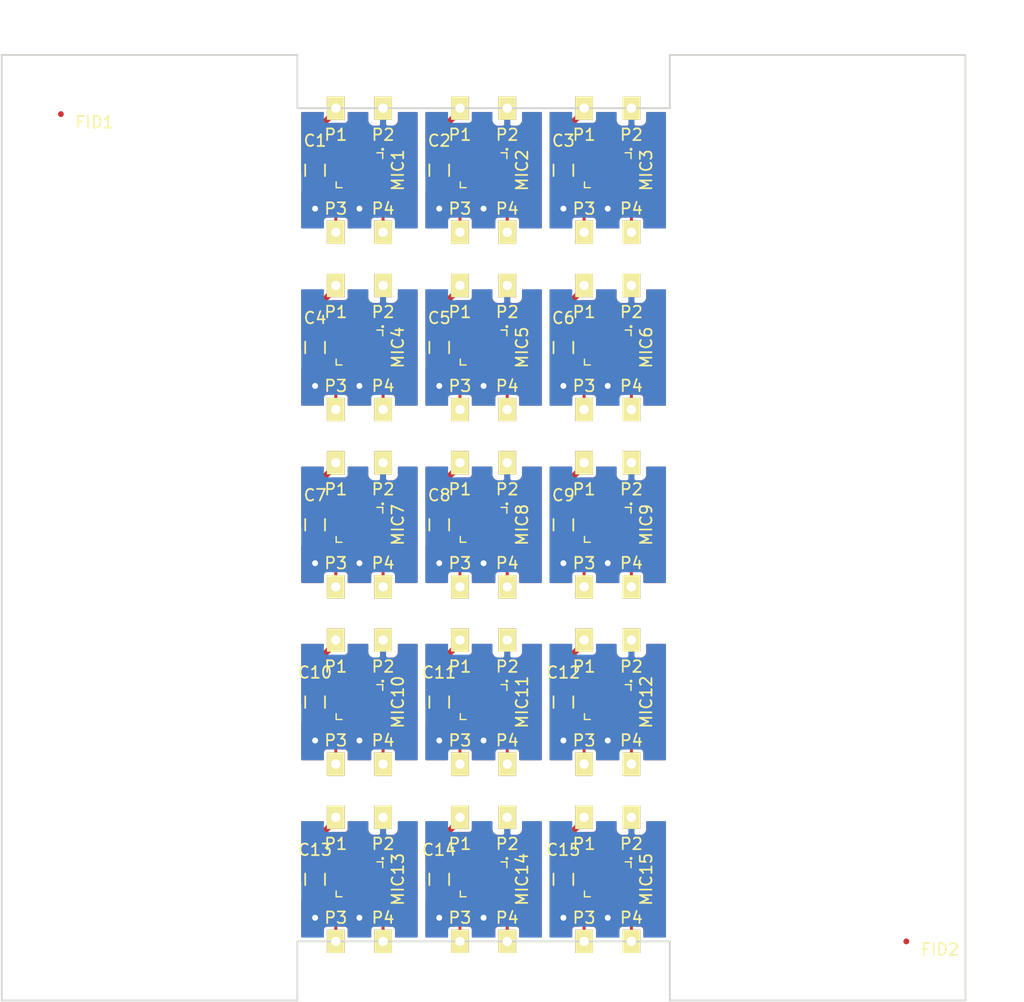
<source format=kicad_pcb>
(kicad_pcb (version 4) (host pcbnew no-vcs-found-product)
  (layers (0 F.Cu signal) (31 B.Cu signal) (34 B.Paste user) (35 F.Paste user) (36 B.SilkS user) (37 F.SilkS user) (38 B.Mask user) (39 F.Mask user) (44 Edge.Cuts user))
  (net 0 "")
  (net 1 DVDD)
  (net 2 DGND)
  (net 3 /OUT)
  (net 4 /CLK)
  (module mems_array:Castellated_Pad (layer F.Cu) (at 74.676 110.236)
    (fp_text reference P3 (at 0 -2.032) (layer F.SilkS))
    (fp_text value CASTELLATED_PAD)
    (pad 1 thru_hole rect (at 0 0) (size 1.524 2) (drill 0.8) (layers *.Cu *.Mask F.SilkS) (net 4 /CLK))
  )
  (module mems_array:Mic-MEMS_Top_8_pins (layer F.Cu) (at 76.708 104.902 90)
    (fp_text reference MIC15 (at 0 3.302 90) (layer F.SilkS))
    (fp_text value MEMS_MIC)
    (pad 4 smd rect (at -0.425 0.675 90) (size 0.45 0.95) (layers F.Cu F.Paste F.Mask) (net 3 /OUT))
    (pad 3 smd rect (at -0.425 -0.675 90) (size 0.45 0.95) (layers F.Cu F.Paste F.Mask) (net 4 /CLK))
    (pad 2 smd rect (at 0.425 -0.675 90) (size 0.45 0.95) (layers F.Cu F.Paste F.Mask) (net 1 DVDD))
    (pad 1 smd rect (at 0.425 0.675 90) (size 0.45 0.95) (layers F.Cu F.Paste F.Mask) (net 1 DVDD))
    (pad 5 smd rect (at 1.225 0 90) (size 0.45 2.3) (layers F.Cu F.Paste F.Mask) (net 2 DGND))
    (pad 5 smd rect (at -1.275 0 90) (size 0.45 2.3) (layers F.Cu F.Paste F.Mask) (net 2 DGND))
    (pad 5 smd rect (at 0 1.775 90) (size 1.3 0.45) (layers F.Cu F.Paste F.Mask) (net 2 DGND))
    (pad 5 smd rect (at 0 -1.775 90) (size 1.3 0.45) (layers F.Cu F.Paste F.Mask) (net 2 DGND))
  )
  (module mems_array:Castellated_Pad (layer F.Cu) (at 78.74 110.236)
    (fp_text reference P4 (at 0 -2.032) (layer F.SilkS))
    (fp_text value CASTELLATED_PAD)
    (pad 1 thru_hole rect (at 0 0) (size 1.524 2) (drill 0.8) (layers *.Cu *.Mask F.SilkS) (net 3 /OUT))
  )
  (module mems_array:Castellated_Pad (layer F.Cu) (at 74.676 99.568)
    (fp_text reference P1 (at 0 2.286) (layer F.SilkS))
    (fp_text value CASTELLATED_PAD)
    (pad 1 thru_hole rect (at 0 0) (size 1.524 2) (drill 0.8) (layers *.Cu *.Mask F.SilkS) (net 1 DVDD))
  )
  (module Capacitors_SMD:C_0805 (layer F.Cu) (at 72.898 104.902 270)
    (fp_text reference C15 (at -2.54 0 360) (layer F.SilkS))
    (fp_text value 1uF)
    (pad 1 smd rect (at -1 0 270) (size 1 1.25) (layers F.Cu F.Paste F.Mask) (net 1 DVDD))
    (pad 2 smd rect (at 1 0 270) (size 1 1.25) (layers F.Cu F.Paste F.Mask) (net 2 DGND))
  )
  (module mems_array:Castellated_Pad (layer F.Cu) (at 78.74 99.568)
    (fp_text reference P2 (at 0 2.286) (layer F.SilkS))
    (fp_text value CASTELLATED_PAD)
    (pad 1 thru_hole rect (at 0 0) (size 1.524 2) (drill 0.8) (layers *.Cu *.Mask F.SilkS) (net 2 DGND))
  )
  (module mems_array:Castellated_Pad (layer F.Cu) (at 68.072 99.568)
    (fp_text reference P2 (at 0 2.286) (layer F.SilkS))
    (fp_text value CASTELLATED_PAD)
    (pad 1 thru_hole rect (at 0 0) (size 1.524 2) (drill 0.8) (layers *.Cu *.Mask F.SilkS) (net 2 DGND))
  )
  (module Capacitors_SMD:C_0805 (layer F.Cu) (at 62.23 104.902 270)
    (fp_text reference C14 (at -2.54 0 360) (layer F.SilkS))
    (fp_text value 1uF)
    (pad 1 smd rect (at -1 0 270) (size 1 1.25) (layers F.Cu F.Paste F.Mask) (net 1 DVDD))
    (pad 2 smd rect (at 1 0 270) (size 1 1.25) (layers F.Cu F.Paste F.Mask) (net 2 DGND))
  )
  (module Capacitors_SMD:C_0805 (layer F.Cu) (at 51.562 104.902 270)
    (fp_text reference C13 (at -2.54 0 360) (layer F.SilkS))
    (fp_text value 1uF)
    (pad 1 smd rect (at -1 0 270) (size 1 1.25) (layers F.Cu F.Paste F.Mask) (net 1 DVDD))
    (pad 2 smd rect (at 1 0 270) (size 1 1.25) (layers F.Cu F.Paste F.Mask) (net 2 DGND))
  )
  (module mems_array:Castellated_Pad (layer F.Cu) (at 68.072 110.236)
    (fp_text reference P4 (at 0 -2.032) (layer F.SilkS))
    (fp_text value CASTELLATED_PAD)
    (pad 1 thru_hole rect (at 0 0) (size 1.524 2) (drill 0.8) (layers *.Cu *.Mask F.SilkS) (net 3 /OUT))
  )
  (module mems_array:Mic-MEMS_Top_8_pins (layer F.Cu) (at 55.372 104.902 90)
    (fp_text reference MIC13 (at 0 3.302 90) (layer F.SilkS))
    (fp_text value MEMS_MIC)
    (pad 4 smd rect (at -0.425 0.675 90) (size 0.45 0.95) (layers F.Cu F.Paste F.Mask) (net 3 /OUT))
    (pad 3 smd rect (at -0.425 -0.675 90) (size 0.45 0.95) (layers F.Cu F.Paste F.Mask) (net 4 /CLK))
    (pad 2 smd rect (at 0.425 -0.675 90) (size 0.45 0.95) (layers F.Cu F.Paste F.Mask) (net 1 DVDD))
    (pad 1 smd rect (at 0.425 0.675 90) (size 0.45 0.95) (layers F.Cu F.Paste F.Mask) (net 1 DVDD))
    (pad 5 smd rect (at 1.225 0 90) (size 0.45 2.3) (layers F.Cu F.Paste F.Mask) (net 2 DGND))
    (pad 5 smd rect (at -1.275 0 90) (size 0.45 2.3) (layers F.Cu F.Paste F.Mask) (net 2 DGND))
    (pad 5 smd rect (at 0 1.775 90) (size 1.3 0.45) (layers F.Cu F.Paste F.Mask) (net 2 DGND))
    (pad 5 smd rect (at 0 -1.775 90) (size 1.3 0.45) (layers F.Cu F.Paste F.Mask) (net 2 DGND))
  )
  (module mems_array:Castellated_Pad (layer F.Cu) (at 57.404 110.236)
    (fp_text reference P4 (at 0 -2.032) (layer F.SilkS))
    (fp_text value CASTELLATED_PAD)
    (pad 1 thru_hole rect (at 0 0) (size 1.524 2) (drill 0.8) (layers *.Cu *.Mask F.SilkS) (net 3 /OUT))
  )
  (module mems_array:Mic-MEMS_Top_8_pins (layer F.Cu) (at 66.04 104.902 90)
    (fp_text reference MIC14 (at 0 3.302 90) (layer F.SilkS))
    (fp_text value MEMS_MIC)
    (pad 4 smd rect (at -0.425 0.675 90) (size 0.45 0.95) (layers F.Cu F.Paste F.Mask) (net 3 /OUT))
    (pad 3 smd rect (at -0.425 -0.675 90) (size 0.45 0.95) (layers F.Cu F.Paste F.Mask) (net 4 /CLK))
    (pad 2 smd rect (at 0.425 -0.675 90) (size 0.45 0.95) (layers F.Cu F.Paste F.Mask) (net 1 DVDD))
    (pad 1 smd rect (at 0.425 0.675 90) (size 0.45 0.95) (layers F.Cu F.Paste F.Mask) (net 1 DVDD))
    (pad 5 smd rect (at 1.225 0 90) (size 0.45 2.3) (layers F.Cu F.Paste F.Mask) (net 2 DGND))
    (pad 5 smd rect (at -1.275 0 90) (size 0.45 2.3) (layers F.Cu F.Paste F.Mask) (net 2 DGND))
    (pad 5 smd rect (at 0 1.775 90) (size 1.3 0.45) (layers F.Cu F.Paste F.Mask) (net 2 DGND))
    (pad 5 smd rect (at 0 -1.775 90) (size 1.3 0.45) (layers F.Cu F.Paste F.Mask) (net 2 DGND))
  )
  (module mems_array:Castellated_Pad (layer F.Cu) (at 64.008 110.236)
    (fp_text reference P3 (at 0 -2.032) (layer F.SilkS))
    (fp_text value CASTELLATED_PAD)
    (pad 1 thru_hole rect (at 0 0) (size 1.524 2) (drill 0.8) (layers *.Cu *.Mask F.SilkS) (net 4 /CLK))
  )
  (module mems_array:Castellated_Pad (layer F.Cu) (at 53.34 110.236)
    (fp_text reference P3 (at 0 -2.032) (layer F.SilkS))
    (fp_text value CASTELLATED_PAD)
    (pad 1 thru_hole rect (at 0 0) (size 1.524 2) (drill 0.8) (layers *.Cu *.Mask F.SilkS) (net 4 /CLK))
  )
  (module mems_array:Castellated_Pad (layer F.Cu) (at 57.404 99.568)
    (fp_text reference P2 (at 0 2.286) (layer F.SilkS))
    (fp_text value CASTELLATED_PAD)
    (pad 1 thru_hole rect (at 0 0) (size 1.524 2) (drill 0.8) (layers *.Cu *.Mask F.SilkS) (net 2 DGND))
  )
  (module mems_array:Castellated_Pad (layer F.Cu) (at 64.008 99.568)
    (fp_text reference P1 (at 0 2.286) (layer F.SilkS))
    (fp_text value CASTELLATED_PAD)
    (pad 1 thru_hole rect (at 0 0) (size 1.524 2) (drill 0.8) (layers *.Cu *.Mask F.SilkS) (net 1 DVDD))
  )
  (module mems_array:Castellated_Pad (layer F.Cu) (at 53.34 99.568)
    (fp_text reference P1 (at 0 2.286) (layer F.SilkS))
    (fp_text value CASTELLATED_PAD)
    (pad 1 thru_hole rect (at 0 0) (size 1.524 2) (drill 0.8) (layers *.Cu *.Mask F.SilkS) (net 1 DVDD))
  )
  (module mems_array:Castellated_Pad (layer F.Cu) (at 57.404 94.996)
    (fp_text reference P4 (at 0 -2.032) (layer F.SilkS))
    (fp_text value CASTELLATED_PAD)
    (pad 1 thru_hole rect (at 0 0) (size 1.524 2) (drill 0.8) (layers *.Cu *.Mask F.SilkS) (net 3 /OUT))
  )
  (module mems_array:Castellated_Pad (layer F.Cu) (at 57.404 79.756)
    (fp_text reference P4 (at 0 -2.032) (layer F.SilkS))
    (fp_text value CASTELLATED_PAD)
    (pad 1 thru_hole rect (at 0 0) (size 1.524 2) (drill 0.8) (layers *.Cu *.Mask F.SilkS) (net 3 /OUT))
  )
  (module mems_array:Castellated_Pad (layer F.Cu) (at 57.404 64.516)
    (fp_text reference P4 (at 0 -2.032) (layer F.SilkS))
    (fp_text value CASTELLATED_PAD)
    (pad 1 thru_hole rect (at 0 0) (size 1.524 2) (drill 0.8) (layers *.Cu *.Mask F.SilkS) (net 3 /OUT))
  )
  (module mems_array:Castellated_Pad (layer F.Cu) (at 53.34 94.996)
    (fp_text reference P3 (at 0 -2.032) (layer F.SilkS))
    (fp_text value CASTELLATED_PAD)
    (pad 1 thru_hole rect (at 0 0) (size 1.524 2) (drill 0.8) (layers *.Cu *.Mask F.SilkS) (net 4 /CLK))
  )
  (module mems_array:Castellated_Pad (layer F.Cu) (at 53.34 79.756)
    (fp_text reference P3 (at 0 -2.032) (layer F.SilkS))
    (fp_text value CASTELLATED_PAD)
    (pad 1 thru_hole rect (at 0 0) (size 1.524 2) (drill 0.8) (layers *.Cu *.Mask F.SilkS) (net 4 /CLK))
  )
  (module mems_array:Castellated_Pad (layer F.Cu) (at 53.34 64.516)
    (fp_text reference P3 (at 0 -2.032) (layer F.SilkS))
    (fp_text value CASTELLATED_PAD)
    (pad 1 thru_hole rect (at 0 0) (size 1.524 2) (drill 0.8) (layers *.Cu *.Mask F.SilkS) (net 4 /CLK))
  )
  (module mems_array:Mic-MEMS_Top_8_pins (layer F.Cu) (at 55.372 89.662 90)
    (fp_text reference MIC10 (at 0 3.302 90) (layer F.SilkS))
    (fp_text value MEMS_MIC)
    (pad 4 smd rect (at -0.425 0.675 90) (size 0.45 0.95) (layers F.Cu F.Paste F.Mask) (net 3 /OUT))
    (pad 3 smd rect (at -0.425 -0.675 90) (size 0.45 0.95) (layers F.Cu F.Paste F.Mask) (net 4 /CLK))
    (pad 2 smd rect (at 0.425 -0.675 90) (size 0.45 0.95) (layers F.Cu F.Paste F.Mask) (net 1 DVDD))
    (pad 1 smd rect (at 0.425 0.675 90) (size 0.45 0.95) (layers F.Cu F.Paste F.Mask) (net 1 DVDD))
    (pad 5 smd rect (at 1.225 0 90) (size 0.45 2.3) (layers F.Cu F.Paste F.Mask) (net 2 DGND))
    (pad 5 smd rect (at -1.275 0 90) (size 0.45 2.3) (layers F.Cu F.Paste F.Mask) (net 2 DGND))
    (pad 5 smd rect (at 0 1.775 90) (size 1.3 0.45) (layers F.Cu F.Paste F.Mask) (net 2 DGND))
    (pad 5 smd rect (at 0 -1.775 90) (size 1.3 0.45) (layers F.Cu F.Paste F.Mask) (net 2 DGND))
  )
  (module mems_array:Mic-MEMS_Top_8_pins (layer F.Cu) (at 55.372 74.422 90)
    (fp_text reference MIC7 (at 0 3.302 90) (layer F.SilkS))
    (fp_text value MEMS_MIC)
    (pad 4 smd rect (at -0.425 0.675 90) (size 0.45 0.95) (layers F.Cu F.Paste F.Mask) (net 3 /OUT))
    (pad 3 smd rect (at -0.425 -0.675 90) (size 0.45 0.95) (layers F.Cu F.Paste F.Mask) (net 4 /CLK))
    (pad 2 smd rect (at 0.425 -0.675 90) (size 0.45 0.95) (layers F.Cu F.Paste F.Mask) (net 1 DVDD))
    (pad 1 smd rect (at 0.425 0.675 90) (size 0.45 0.95) (layers F.Cu F.Paste F.Mask) (net 1 DVDD))
    (pad 5 smd rect (at 1.225 0 90) (size 0.45 2.3) (layers F.Cu F.Paste F.Mask) (net 2 DGND))
    (pad 5 smd rect (at -1.275 0 90) (size 0.45 2.3) (layers F.Cu F.Paste F.Mask) (net 2 DGND))
    (pad 5 smd rect (at 0 1.775 90) (size 1.3 0.45) (layers F.Cu F.Paste F.Mask) (net 2 DGND))
    (pad 5 smd rect (at 0 -1.775 90) (size 1.3 0.45) (layers F.Cu F.Paste F.Mask) (net 2 DGND))
  )
  (module mems_array:Mic-MEMS_Top_8_pins (layer F.Cu) (at 55.372 59.182 90)
    (fp_text reference MIC4 (at 0 3.302 90) (layer F.SilkS))
    (fp_text value MEMS_MIC)
    (pad 4 smd rect (at -0.425 0.675 90) (size 0.45 0.95) (layers F.Cu F.Paste F.Mask) (net 3 /OUT))
    (pad 3 smd rect (at -0.425 -0.675 90) (size 0.45 0.95) (layers F.Cu F.Paste F.Mask) (net 4 /CLK))
    (pad 2 smd rect (at 0.425 -0.675 90) (size 0.45 0.95) (layers F.Cu F.Paste F.Mask) (net 1 DVDD))
    (pad 1 smd rect (at 0.425 0.675 90) (size 0.45 0.95) (layers F.Cu F.Paste F.Mask) (net 1 DVDD))
    (pad 5 smd rect (at 1.225 0 90) (size 0.45 2.3) (layers F.Cu F.Paste F.Mask) (net 2 DGND))
    (pad 5 smd rect (at -1.275 0 90) (size 0.45 2.3) (layers F.Cu F.Paste F.Mask) (net 2 DGND))
    (pad 5 smd rect (at 0 1.775 90) (size 1.3 0.45) (layers F.Cu F.Paste F.Mask) (net 2 DGND))
    (pad 5 smd rect (at 0 -1.775 90) (size 1.3 0.45) (layers F.Cu F.Paste F.Mask) (net 2 DGND))
  )
  (module Capacitors_SMD:C_0805 (layer F.Cu) (at 62.23 89.662 270)
    (fp_text reference C11 (at -2.54 0 360) (layer F.SilkS))
    (fp_text value 1uF)
    (pad 1 smd rect (at -1 0 270) (size 1 1.25) (layers F.Cu F.Paste F.Mask) (net 1 DVDD))
    (pad 2 smd rect (at 1 0 270) (size 1 1.25) (layers F.Cu F.Paste F.Mask) (net 2 DGND))
  )
  (module Capacitors_SMD:C_0805 (layer F.Cu) (at 62.23 74.422 270)
    (fp_text reference C8 (at -2.54 0 360) (layer F.SilkS))
    (fp_text value 1uF)
    (pad 1 smd rect (at -1 0 270) (size 1 1.25) (layers F.Cu F.Paste F.Mask) (net 1 DVDD))
    (pad 2 smd rect (at 1 0 270) (size 1 1.25) (layers F.Cu F.Paste F.Mask) (net 2 DGND))
  )
  (module Capacitors_SMD:C_0805 (layer F.Cu) (at 62.23 59.182 270)
    (fp_text reference C5 (at -2.54 0 360) (layer F.SilkS))
    (fp_text value 1uF)
    (pad 1 smd rect (at -1 0 270) (size 1 1.25) (layers F.Cu F.Paste F.Mask) (net 1 DVDD))
    (pad 2 smd rect (at 1 0 270) (size 1 1.25) (layers F.Cu F.Paste F.Mask) (net 2 DGND))
  )
  (module mems_array:Castellated_Pad (layer F.Cu) (at 57.404 84.328)
    (fp_text reference P2 (at 0 2.286) (layer F.SilkS))
    (fp_text value CASTELLATED_PAD)
    (pad 1 thru_hole rect (at 0 0) (size 1.524 2) (drill 0.8) (layers *.Cu *.Mask F.SilkS) (net 2 DGND))
  )
  (module mems_array:Castellated_Pad (layer F.Cu) (at 57.404 69.088)
    (fp_text reference P2 (at 0 2.286) (layer F.SilkS))
    (fp_text value CASTELLATED_PAD)
    (pad 1 thru_hole rect (at 0 0) (size 1.524 2) (drill 0.8) (layers *.Cu *.Mask F.SilkS) (net 2 DGND))
  )
  (module mems_array:Castellated_Pad (layer F.Cu) (at 57.404 53.848)
    (fp_text reference P2 (at 0 2.286) (layer F.SilkS))
    (fp_text value CASTELLATED_PAD)
    (pad 1 thru_hole rect (at 0 0) (size 1.524 2) (drill 0.8) (layers *.Cu *.Mask F.SilkS) (net 2 DGND))
  )
  (module Capacitors_SMD:C_0805 (layer F.Cu) (at 51.562 89.662 270)
    (fp_text reference C10 (at -2.54 0 360) (layer F.SilkS))
    (fp_text value 1uF)
    (pad 1 smd rect (at -1 0 270) (size 1 1.25) (layers F.Cu F.Paste F.Mask) (net 1 DVDD))
    (pad 2 smd rect (at 1 0 270) (size 1 1.25) (layers F.Cu F.Paste F.Mask) (net 2 DGND))
  )
  (module Capacitors_SMD:C_0805 (layer F.Cu) (at 51.562 74.422 270)
    (fp_text reference C7 (at -2.54 0 360) (layer F.SilkS))
    (fp_text value 1uF)
    (pad 1 smd rect (at -1 0 270) (size 1 1.25) (layers F.Cu F.Paste F.Mask) (net 1 DVDD))
    (pad 2 smd rect (at 1 0 270) (size 1 1.25) (layers F.Cu F.Paste F.Mask) (net 2 DGND))
  )
  (module Capacitors_SMD:C_0805 (layer F.Cu) (at 51.562 59.182 270)
    (fp_text reference C4 (at -2.54 0 360) (layer F.SilkS))
    (fp_text value 1uF)
    (pad 1 smd rect (at -1 0 270) (size 1 1.25) (layers F.Cu F.Paste F.Mask) (net 1 DVDD))
    (pad 2 smd rect (at 1 0 270) (size 1 1.25) (layers F.Cu F.Paste F.Mask) (net 2 DGND))
  )
  (module mems_array:Castellated_Pad (layer F.Cu) (at 53.34 84.328)
    (fp_text reference P1 (at 0 2.286) (layer F.SilkS))
    (fp_text value CASTELLATED_PAD)
    (pad 1 thru_hole rect (at 0 0) (size 1.524 2) (drill 0.8) (layers *.Cu *.Mask F.SilkS) (net 1 DVDD))
  )
  (module mems_array:Castellated_Pad (layer F.Cu) (at 53.34 69.088)
    (fp_text reference P1 (at 0 2.286) (layer F.SilkS))
    (fp_text value CASTELLATED_PAD)
    (pad 1 thru_hole rect (at 0 0) (size 1.524 2) (drill 0.8) (layers *.Cu *.Mask F.SilkS) (net 1 DVDD))
  )
  (module mems_array:Castellated_Pad (layer F.Cu) (at 53.34 53.848)
    (fp_text reference P1 (at 0 2.286) (layer F.SilkS))
    (fp_text value CASTELLATED_PAD)
    (pad 1 thru_hole rect (at 0 0) (size 1.524 2) (drill 0.8) (layers *.Cu *.Mask F.SilkS) (net 1 DVDD))
  )
  (module mems_array:Castellated_Pad (layer F.Cu) (at 78.74 94.996)
    (fp_text reference P4 (at 0 -2.032) (layer F.SilkS))
    (fp_text value CASTELLATED_PAD)
    (pad 1 thru_hole rect (at 0 0) (size 1.524 2) (drill 0.8) (layers *.Cu *.Mask F.SilkS) (net 3 /OUT))
  )
  (module mems_array:Castellated_Pad (layer F.Cu) (at 78.74 79.756)
    (fp_text reference P4 (at 0 -2.032) (layer F.SilkS))
    (fp_text value CASTELLATED_PAD)
    (pad 1 thru_hole rect (at 0 0) (size 1.524 2) (drill 0.8) (layers *.Cu *.Mask F.SilkS) (net 3 /OUT))
  )
  (module mems_array:Castellated_Pad (layer F.Cu) (at 78.74 64.516)
    (fp_text reference P4 (at 0 -2.032) (layer F.SilkS))
    (fp_text value CASTELLATED_PAD)
    (pad 1 thru_hole rect (at 0 0) (size 1.524 2) (drill 0.8) (layers *.Cu *.Mask F.SilkS) (net 3 /OUT))
  )
  (module mems_array:Castellated_Pad (layer F.Cu) (at 74.676 94.996)
    (fp_text reference P3 (at 0 -2.032) (layer F.SilkS))
    (fp_text value CASTELLATED_PAD)
    (pad 1 thru_hole rect (at 0 0) (size 1.524 2) (drill 0.8) (layers *.Cu *.Mask F.SilkS) (net 4 /CLK))
  )
  (module mems_array:Castellated_Pad (layer F.Cu) (at 74.676 79.756)
    (fp_text reference P3 (at 0 -2.032) (layer F.SilkS))
    (fp_text value CASTELLATED_PAD)
    (pad 1 thru_hole rect (at 0 0) (size 1.524 2) (drill 0.8) (layers *.Cu *.Mask F.SilkS) (net 4 /CLK))
  )
  (module mems_array:Castellated_Pad (layer F.Cu) (at 74.676 64.516)
    (fp_text reference P3 (at 0 -2.032) (layer F.SilkS))
    (fp_text value CASTELLATED_PAD)
    (pad 1 thru_hole rect (at 0 0) (size 1.524 2) (drill 0.8) (layers *.Cu *.Mask F.SilkS) (net 4 /CLK))
  )
  (module mems_array:Castellated_Pad (layer F.Cu) (at 78.74 84.328)
    (fp_text reference P2 (at 0 2.286) (layer F.SilkS))
    (fp_text value CASTELLATED_PAD)
    (pad 1 thru_hole rect (at 0 0) (size 1.524 2) (drill 0.8) (layers *.Cu *.Mask F.SilkS) (net 2 DGND))
  )
  (module mems_array:Castellated_Pad (layer F.Cu) (at 78.74 69.088)
    (fp_text reference P2 (at 0 2.286) (layer F.SilkS))
    (fp_text value CASTELLATED_PAD)
    (pad 1 thru_hole rect (at 0 0) (size 1.524 2) (drill 0.8) (layers *.Cu *.Mask F.SilkS) (net 2 DGND))
  )
  (module mems_array:Castellated_Pad (layer F.Cu) (at 78.74 53.848)
    (fp_text reference P2 (at 0 2.286) (layer F.SilkS))
    (fp_text value CASTELLATED_PAD)
    (pad 1 thru_hole rect (at 0 0) (size 1.524 2) (drill 0.8) (layers *.Cu *.Mask F.SilkS) (net 2 DGND))
  )
  (module mems_array:Mic-MEMS_Top_8_pins (layer F.Cu) (at 76.708 89.662 90)
    (fp_text reference MIC12 (at 0 3.302 90) (layer F.SilkS))
    (fp_text value MEMS_MIC)
    (pad 4 smd rect (at -0.425 0.675 90) (size 0.45 0.95) (layers F.Cu F.Paste F.Mask) (net 3 /OUT))
    (pad 3 smd rect (at -0.425 -0.675 90) (size 0.45 0.95) (layers F.Cu F.Paste F.Mask) (net 4 /CLK))
    (pad 2 smd rect (at 0.425 -0.675 90) (size 0.45 0.95) (layers F.Cu F.Paste F.Mask) (net 1 DVDD))
    (pad 1 smd rect (at 0.425 0.675 90) (size 0.45 0.95) (layers F.Cu F.Paste F.Mask) (net 1 DVDD))
    (pad 5 smd rect (at 1.225 0 90) (size 0.45 2.3) (layers F.Cu F.Paste F.Mask) (net 2 DGND))
    (pad 5 smd rect (at -1.275 0 90) (size 0.45 2.3) (layers F.Cu F.Paste F.Mask) (net 2 DGND))
    (pad 5 smd rect (at 0 1.775 90) (size 1.3 0.45) (layers F.Cu F.Paste F.Mask) (net 2 DGND))
    (pad 5 smd rect (at 0 -1.775 90) (size 1.3 0.45) (layers F.Cu F.Paste F.Mask) (net 2 DGND))
  )
  (module mems_array:Mic-MEMS_Top_8_pins (layer F.Cu) (at 76.708 74.422 90)
    (fp_text reference MIC9 (at 0 3.302 90) (layer F.SilkS))
    (fp_text value MEMS_MIC)
    (pad 4 smd rect (at -0.425 0.675 90) (size 0.45 0.95) (layers F.Cu F.Paste F.Mask) (net 3 /OUT))
    (pad 3 smd rect (at -0.425 -0.675 90) (size 0.45 0.95) (layers F.Cu F.Paste F.Mask) (net 4 /CLK))
    (pad 2 smd rect (at 0.425 -0.675 90) (size 0.45 0.95) (layers F.Cu F.Paste F.Mask) (net 1 DVDD))
    (pad 1 smd rect (at 0.425 0.675 90) (size 0.45 0.95) (layers F.Cu F.Paste F.Mask) (net 1 DVDD))
    (pad 5 smd rect (at 1.225 0 90) (size 0.45 2.3) (layers F.Cu F.Paste F.Mask) (net 2 DGND))
    (pad 5 smd rect (at -1.275 0 90) (size 0.45 2.3) (layers F.Cu F.Paste F.Mask) (net 2 DGND))
    (pad 5 smd rect (at 0 1.775 90) (size 1.3 0.45) (layers F.Cu F.Paste F.Mask) (net 2 DGND))
    (pad 5 smd rect (at 0 -1.775 90) (size 1.3 0.45) (layers F.Cu F.Paste F.Mask) (net 2 DGND))
  )
  (module mems_array:Mic-MEMS_Top_8_pins (layer F.Cu) (at 76.708 59.182 90)
    (fp_text reference MIC6 (at 0 3.302 90) (layer F.SilkS))
    (fp_text value MEMS_MIC)
    (pad 4 smd rect (at -0.425 0.675 90) (size 0.45 0.95) (layers F.Cu F.Paste F.Mask) (net 3 /OUT))
    (pad 3 smd rect (at -0.425 -0.675 90) (size 0.45 0.95) (layers F.Cu F.Paste F.Mask) (net 4 /CLK))
    (pad 2 smd rect (at 0.425 -0.675 90) (size 0.45 0.95) (layers F.Cu F.Paste F.Mask) (net 1 DVDD))
    (pad 1 smd rect (at 0.425 0.675 90) (size 0.45 0.95) (layers F.Cu F.Paste F.Mask) (net 1 DVDD))
    (pad 5 smd rect (at 1.225 0 90) (size 0.45 2.3) (layers F.Cu F.Paste F.Mask) (net 2 DGND))
    (pad 5 smd rect (at -1.275 0 90) (size 0.45 2.3) (layers F.Cu F.Paste F.Mask) (net 2 DGND))
    (pad 5 smd rect (at 0 1.775 90) (size 1.3 0.45) (layers F.Cu F.Paste F.Mask) (net 2 DGND))
    (pad 5 smd rect (at 0 -1.775 90) (size 1.3 0.45) (layers F.Cu F.Paste F.Mask) (net 2 DGND))
  )
  (module mems_array:Castellated_Pad (layer F.Cu) (at 74.676 84.328)
    (fp_text reference P1 (at 0 2.286) (layer F.SilkS))
    (fp_text value CASTELLATED_PAD)
    (pad 1 thru_hole rect (at 0 0) (size 1.524 2) (drill 0.8) (layers *.Cu *.Mask F.SilkS) (net 1 DVDD))
  )
  (module mems_array:Castellated_Pad (layer F.Cu) (at 74.676 69.088)
    (fp_text reference P1 (at 0 2.286) (layer F.SilkS))
    (fp_text value CASTELLATED_PAD)
    (pad 1 thru_hole rect (at 0 0) (size 1.524 2) (drill 0.8) (layers *.Cu *.Mask F.SilkS) (net 1 DVDD))
  )
  (module mems_array:Castellated_Pad (layer F.Cu) (at 74.676 53.848)
    (fp_text reference P1 (at 0 2.286) (layer F.SilkS))
    (fp_text value CASTELLATED_PAD)
    (pad 1 thru_hole rect (at 0 0) (size 1.524 2) (drill 0.8) (layers *.Cu *.Mask F.SilkS) (net 1 DVDD))
  )
  (module mems_array:Castellated_Pad (layer F.Cu) (at 68.072 94.996)
    (fp_text reference P4 (at 0 -2.032) (layer F.SilkS))
    (fp_text value CASTELLATED_PAD)
    (pad 1 thru_hole rect (at 0 0) (size 1.524 2) (drill 0.8) (layers *.Cu *.Mask F.SilkS) (net 3 /OUT))
  )
  (module mems_array:Castellated_Pad (layer F.Cu) (at 68.072 79.756)
    (fp_text reference P4 (at 0 -2.032) (layer F.SilkS))
    (fp_text value CASTELLATED_PAD)
    (pad 1 thru_hole rect (at 0 0) (size 1.524 2) (drill 0.8) (layers *.Cu *.Mask F.SilkS) (net 3 /OUT))
  )
  (module mems_array:Castellated_Pad (layer F.Cu) (at 68.072 64.516)
    (fp_text reference P4 (at 0 -2.032) (layer F.SilkS))
    (fp_text value CASTELLATED_PAD)
    (pad 1 thru_hole rect (at 0 0) (size 1.524 2) (drill 0.8) (layers *.Cu *.Mask F.SilkS) (net 3 /OUT))
  )
  (module mems_array:Castellated_Pad (layer F.Cu) (at 64.008 94.996)
    (fp_text reference P3 (at 0 -2.032) (layer F.SilkS))
    (fp_text value CASTELLATED_PAD)
    (pad 1 thru_hole rect (at 0 0) (size 1.524 2) (drill 0.8) (layers *.Cu *.Mask F.SilkS) (net 4 /CLK))
  )
  (module mems_array:Castellated_Pad (layer F.Cu) (at 64.008 79.756)
    (fp_text reference P3 (at 0 -2.032) (layer F.SilkS))
    (fp_text value CASTELLATED_PAD)
    (pad 1 thru_hole rect (at 0 0) (size 1.524 2) (drill 0.8) (layers *.Cu *.Mask F.SilkS) (net 4 /CLK))
  )
  (module mems_array:Castellated_Pad (layer F.Cu) (at 64.008 64.516)
    (fp_text reference P3 (at 0 -2.032) (layer F.SilkS))
    (fp_text value CASTELLATED_PAD)
    (pad 1 thru_hole rect (at 0 0) (size 1.524 2) (drill 0.8) (layers *.Cu *.Mask F.SilkS) (net 4 /CLK))
  )
  (module Capacitors_SMD:C_0805 (layer F.Cu) (at 72.898 89.662 270)
    (fp_text reference C12 (at -2.54 0 360) (layer F.SilkS))
    (fp_text value 1uF)
    (pad 1 smd rect (at -1 0 270) (size 1 1.25) (layers F.Cu F.Paste F.Mask) (net 1 DVDD))
    (pad 2 smd rect (at 1 0 270) (size 1 1.25) (layers F.Cu F.Paste F.Mask) (net 2 DGND))
  )
  (module Capacitors_SMD:C_0805 (layer F.Cu) (at 72.898 74.422 270)
    (fp_text reference C9 (at -2.54 0 360) (layer F.SilkS))
    (fp_text value 1uF)
    (pad 1 smd rect (at -1 0 270) (size 1 1.25) (layers F.Cu F.Paste F.Mask) (net 1 DVDD))
    (pad 2 smd rect (at 1 0 270) (size 1 1.25) (layers F.Cu F.Paste F.Mask) (net 2 DGND))
  )
  (module Capacitors_SMD:C_0805 (layer F.Cu) (at 72.898 59.182 270)
    (fp_text reference C6 (at -2.54 0 360) (layer F.SilkS))
    (fp_text value 1uF)
    (pad 1 smd rect (at -1 0 270) (size 1 1.25) (layers F.Cu F.Paste F.Mask) (net 1 DVDD))
    (pad 2 smd rect (at 1 0 270) (size 1 1.25) (layers F.Cu F.Paste F.Mask) (net 2 DGND))
  )
  (module mems_array:Mic-MEMS_Top_8_pins (layer F.Cu) (at 66.04 89.662 90)
    (fp_text reference MIC11 (at 0 3.302 90) (layer F.SilkS))
    (fp_text value MEMS_MIC)
    (pad 4 smd rect (at -0.425 0.675 90) (size 0.45 0.95) (layers F.Cu F.Paste F.Mask) (net 3 /OUT))
    (pad 3 smd rect (at -0.425 -0.675 90) (size 0.45 0.95) (layers F.Cu F.Paste F.Mask) (net 4 /CLK))
    (pad 2 smd rect (at 0.425 -0.675 90) (size 0.45 0.95) (layers F.Cu F.Paste F.Mask) (net 1 DVDD))
    (pad 1 smd rect (at 0.425 0.675 90) (size 0.45 0.95) (layers F.Cu F.Paste F.Mask) (net 1 DVDD))
    (pad 5 smd rect (at 1.225 0 90) (size 0.45 2.3) (layers F.Cu F.Paste F.Mask) (net 2 DGND))
    (pad 5 smd rect (at -1.275 0 90) (size 0.45 2.3) (layers F.Cu F.Paste F.Mask) (net 2 DGND))
    (pad 5 smd rect (at 0 1.775 90) (size 1.3 0.45) (layers F.Cu F.Paste F.Mask) (net 2 DGND))
    (pad 5 smd rect (at 0 -1.775 90) (size 1.3 0.45) (layers F.Cu F.Paste F.Mask) (net 2 DGND))
  )
  (module mems_array:Mic-MEMS_Top_8_pins (layer F.Cu) (at 66.04 74.422 90)
    (fp_text reference MIC8 (at 0 3.302 90) (layer F.SilkS))
    (fp_text value MEMS_MIC)
    (pad 4 smd rect (at -0.425 0.675 90) (size 0.45 0.95) (layers F.Cu F.Paste F.Mask) (net 3 /OUT))
    (pad 3 smd rect (at -0.425 -0.675 90) (size 0.45 0.95) (layers F.Cu F.Paste F.Mask) (net 4 /CLK))
    (pad 2 smd rect (at 0.425 -0.675 90) (size 0.45 0.95) (layers F.Cu F.Paste F.Mask) (net 1 DVDD))
    (pad 1 smd rect (at 0.425 0.675 90) (size 0.45 0.95) (layers F.Cu F.Paste F.Mask) (net 1 DVDD))
    (pad 5 smd rect (at 1.225 0 90) (size 0.45 2.3) (layers F.Cu F.Paste F.Mask) (net 2 DGND))
    (pad 5 smd rect (at -1.275 0 90) (size 0.45 2.3) (layers F.Cu F.Paste F.Mask) (net 2 DGND))
    (pad 5 smd rect (at 0 1.775 90) (size 1.3 0.45) (layers F.Cu F.Paste F.Mask) (net 2 DGND))
    (pad 5 smd rect (at 0 -1.775 90) (size 1.3 0.45) (layers F.Cu F.Paste F.Mask) (net 2 DGND))
  )
  (module mems_array:Mic-MEMS_Top_8_pins (layer F.Cu) (at 66.04 59.182 90)
    (fp_text reference MIC5 (at 0 3.302 90) (layer F.SilkS))
    (fp_text value MEMS_MIC)
    (pad 4 smd rect (at -0.425 0.675 90) (size 0.45 0.95) (layers F.Cu F.Paste F.Mask) (net 3 /OUT))
    (pad 3 smd rect (at -0.425 -0.675 90) (size 0.45 0.95) (layers F.Cu F.Paste F.Mask) (net 4 /CLK))
    (pad 2 smd rect (at 0.425 -0.675 90) (size 0.45 0.95) (layers F.Cu F.Paste F.Mask) (net 1 DVDD))
    (pad 1 smd rect (at 0.425 0.675 90) (size 0.45 0.95) (layers F.Cu F.Paste F.Mask) (net 1 DVDD))
    (pad 5 smd rect (at 1.225 0 90) (size 0.45 2.3) (layers F.Cu F.Paste F.Mask) (net 2 DGND))
    (pad 5 smd rect (at -1.275 0 90) (size 0.45 2.3) (layers F.Cu F.Paste F.Mask) (net 2 DGND))
    (pad 5 smd rect (at 0 1.775 90) (size 1.3 0.45) (layers F.Cu F.Paste F.Mask) (net 2 DGND))
    (pad 5 smd rect (at 0 -1.775 90) (size 1.3 0.45) (layers F.Cu F.Paste F.Mask) (net 2 DGND))
  )
  (module mems_array:Castellated_Pad (layer F.Cu) (at 64.008 84.328)
    (fp_text reference P1 (at 0 2.286) (layer F.SilkS))
    (fp_text value CASTELLATED_PAD)
    (pad 1 thru_hole rect (at 0 0) (size 1.524 2) (drill 0.8) (layers *.Cu *.Mask F.SilkS) (net 1 DVDD))
  )
  (module mems_array:Castellated_Pad (layer F.Cu) (at 64.008 69.088)
    (fp_text reference P1 (at 0 2.286) (layer F.SilkS))
    (fp_text value CASTELLATED_PAD)
    (pad 1 thru_hole rect (at 0 0) (size 1.524 2) (drill 0.8) (layers *.Cu *.Mask F.SilkS) (net 1 DVDD))
  )
  (module mems_array:Castellated_Pad (layer F.Cu) (at 64.008 53.848)
    (fp_text reference P1 (at 0 2.286) (layer F.SilkS))
    (fp_text value CASTELLATED_PAD)
    (pad 1 thru_hole rect (at 0 0) (size 1.524 2) (drill 0.8) (layers *.Cu *.Mask F.SilkS) (net 1 DVDD))
  )
  (module mems_array:Castellated_Pad (layer F.Cu) (at 68.072 84.328)
    (fp_text reference P2 (at 0 2.286) (layer F.SilkS))
    (fp_text value CASTELLATED_PAD)
    (pad 1 thru_hole rect (at 0 0) (size 1.524 2) (drill 0.8) (layers *.Cu *.Mask F.SilkS) (net 2 DGND))
  )
  (module mems_array:Castellated_Pad (layer F.Cu) (at 68.072 69.088)
    (fp_text reference P2 (at 0 2.286) (layer F.SilkS))
    (fp_text value CASTELLATED_PAD)
    (pad 1 thru_hole rect (at 0 0) (size 1.524 2) (drill 0.8) (layers *.Cu *.Mask F.SilkS) (net 2 DGND))
  )
  (module mems_array:Castellated_Pad (layer F.Cu) (at 68.072 53.848)
    (fp_text reference P2 (at 0 2.286) (layer F.SilkS))
    (fp_text value CASTELLATED_PAD)
    (pad 1 thru_hole rect (at 0 0) (size 1.524 2) (drill 0.8) (layers *.Cu *.Mask F.SilkS) (net 2 DGND))
  )
  (module mems_array:Fiducial (layer F.Cu) (at 102.362 110.236)
    (fp_text reference FID2 (at 2.9 0.7) (layer F.SilkS))
    (fp_text value Fiducial)
    (pad 1 smd circle (at 0 0) (size 0.5 0.5) (layers F.Cu F.Mask) (clearance 1))
  )
  (module mems_array:Castellated_Pad (layer F.Cu) (at 78.74 38.608)
    (fp_text reference P2 (at 0 2.286) (layer F.SilkS))
    (fp_text value CASTELLATED_PAD)
    (pad 1 thru_hole rect (at 0 0) (size 1.524 2) (drill 0.8) (layers *.Cu *.Mask F.SilkS) (net 2 DGND))
  )
  (module mems_array:Castellated_Pad (layer F.Cu) (at 68.072 38.608)
    (fp_text reference P2 (at 0 2.286) (layer F.SilkS))
    (fp_text value CASTELLATED_PAD)
    (pad 1 thru_hole rect (at 0 0) (size 1.524 2) (drill 0.8) (layers *.Cu *.Mask F.SilkS) (net 2 DGND))
  )
  (module mems_array:Castellated_Pad (layer F.Cu) (at 74.676 49.276)
    (fp_text reference P3 (at 0 -2.032) (layer F.SilkS))
    (fp_text value CASTELLATED_PAD)
    (pad 1 thru_hole rect (at 0 0) (size 1.524 2) (drill 0.8) (layers *.Cu *.Mask F.SilkS) (net 4 /CLK))
  )
  (module mems_array:Castellated_Pad (layer F.Cu) (at 64.008 49.276)
    (fp_text reference P3 (at 0 -2.032) (layer F.SilkS))
    (fp_text value CASTELLATED_PAD)
    (pad 1 thru_hole rect (at 0 0) (size 1.524 2) (drill 0.8) (layers *.Cu *.Mask F.SilkS) (net 4 /CLK))
  )
  (module mems_array:Castellated_Pad (layer F.Cu) (at 74.676 38.608)
    (fp_text reference P1 (at 0 2.286) (layer F.SilkS))
    (fp_text value CASTELLATED_PAD)
    (pad 1 thru_hole rect (at 0 0) (size 1.524 2) (drill 0.8) (layers *.Cu *.Mask F.SilkS) (net 1 DVDD))
  )
  (module mems_array:Castellated_Pad (layer F.Cu) (at 64.008 38.608)
    (fp_text reference P1 (at 0 2.286) (layer F.SilkS))
    (fp_text value CASTELLATED_PAD)
    (pad 1 thru_hole rect (at 0 0) (size 1.524 2) (drill 0.8) (layers *.Cu *.Mask F.SilkS) (net 1 DVDD))
  )
  (module mems_array:Mic-MEMS_Top_8_pins (layer F.Cu) (at 76.708 43.942 90)
    (fp_text reference MIC3 (at 0 3.302 90) (layer F.SilkS))
    (fp_text value MEMS_MIC)
    (pad 4 smd rect (at -0.425 0.675 90) (size 0.45 0.95) (layers F.Cu F.Paste F.Mask) (net 3 /OUT))
    (pad 3 smd rect (at -0.425 -0.675 90) (size 0.45 0.95) (layers F.Cu F.Paste F.Mask) (net 4 /CLK))
    (pad 2 smd rect (at 0.425 -0.675 90) (size 0.45 0.95) (layers F.Cu F.Paste F.Mask) (net 1 DVDD))
    (pad 1 smd rect (at 0.425 0.675 90) (size 0.45 0.95) (layers F.Cu F.Paste F.Mask) (net 1 DVDD))
    (pad 5 smd rect (at 1.225 0 90) (size 0.45 2.3) (layers F.Cu F.Paste F.Mask) (net 2 DGND))
    (pad 5 smd rect (at -1.275 0 90) (size 0.45 2.3) (layers F.Cu F.Paste F.Mask) (net 2 DGND))
    (pad 5 smd rect (at 0 1.775 90) (size 1.3 0.45) (layers F.Cu F.Paste F.Mask) (net 2 DGND))
    (pad 5 smd rect (at 0 -1.775 90) (size 1.3 0.45) (layers F.Cu F.Paste F.Mask) (net 2 DGND))
  )
  (module mems_array:Mic-MEMS_Top_8_pins (layer F.Cu) (at 66.04 43.942 90)
    (fp_text reference MIC2 (at 0 3.302 90) (layer F.SilkS))
    (fp_text value MEMS_MIC)
    (pad 4 smd rect (at -0.425 0.675 90) (size 0.45 0.95) (layers F.Cu F.Paste F.Mask) (net 3 /OUT))
    (pad 3 smd rect (at -0.425 -0.675 90) (size 0.45 0.95) (layers F.Cu F.Paste F.Mask) (net 4 /CLK))
    (pad 2 smd rect (at 0.425 -0.675 90) (size 0.45 0.95) (layers F.Cu F.Paste F.Mask) (net 1 DVDD))
    (pad 1 smd rect (at 0.425 0.675 90) (size 0.45 0.95) (layers F.Cu F.Paste F.Mask) (net 1 DVDD))
    (pad 5 smd rect (at 1.225 0 90) (size 0.45 2.3) (layers F.Cu F.Paste F.Mask) (net 2 DGND))
    (pad 5 smd rect (at -1.275 0 90) (size 0.45 2.3) (layers F.Cu F.Paste F.Mask) (net 2 DGND))
    (pad 5 smd rect (at 0 1.775 90) (size 1.3 0.45) (layers F.Cu F.Paste F.Mask) (net 2 DGND))
    (pad 5 smd rect (at 0 -1.775 90) (size 1.3 0.45) (layers F.Cu F.Paste F.Mask) (net 2 DGND))
  )
  (module mems_array:Castellated_Pad (layer F.Cu) (at 78.74 49.276)
    (fp_text reference P4 (at 0 -2.032) (layer F.SilkS))
    (fp_text value CASTELLATED_PAD)
    (pad 1 thru_hole rect (at 0 0) (size 1.524 2) (drill 0.8) (layers *.Cu *.Mask F.SilkS) (net 3 /OUT))
  )
  (module mems_array:Castellated_Pad (layer F.Cu) (at 68.072 49.276)
    (fp_text reference P4 (at 0 -2.032) (layer F.SilkS))
    (fp_text value CASTELLATED_PAD)
    (pad 1 thru_hole rect (at 0 0) (size 1.524 2) (drill 0.8) (layers *.Cu *.Mask F.SilkS) (net 3 /OUT))
  )
  (module Capacitors_SMD:C_0805 (layer F.Cu) (at 72.898 43.942 270)
    (fp_text reference C3 (at -2.54 0 360) (layer F.SilkS))
    (fp_text value 1uF)
    (pad 1 smd rect (at -1 0 270) (size 1 1.25) (layers F.Cu F.Paste F.Mask) (net 1 DVDD))
    (pad 2 smd rect (at 1 0 270) (size 1 1.25) (layers F.Cu F.Paste F.Mask) (net 2 DGND))
  )
  (module Capacitors_SMD:C_0805 (layer F.Cu) (at 62.23 43.942 270)
    (fp_text reference C2 (at -2.54 0 360) (layer F.SilkS))
    (fp_text value 1uF)
    (pad 1 smd rect (at -1 0 270) (size 1 1.25) (layers F.Cu F.Paste F.Mask) (net 1 DVDD))
    (pad 2 smd rect (at 1 0 270) (size 1 1.25) (layers F.Cu F.Paste F.Mask) (net 2 DGND))
  )
  (module mems_array:Castellated_Pad (layer F.Cu) (at 57.404 49.276)
    (fp_text reference P4 (at 0 -2.032) (layer F.SilkS))
    (fp_text value CASTELLATED_PAD)
    (pad 1 thru_hole rect (at 0 0) (size 1.524 2) (drill 0.8) (layers *.Cu *.Mask F.SilkS) (net 3 /OUT))
  )
  (module mems_array:Mic-MEMS_Top_8_pins (layer F.Cu) (at 55.372 43.942 90)
    (fp_text reference MIC1 (at 0 3.302 270) (layer F.SilkS))
    (fp_text value MEMS_MIC)
    (pad 4 smd rect (at -0.425 0.675 90) (size 0.45 0.95) (layers F.Cu F.Paste F.Mask) (net 3 /OUT))
    (pad 3 smd rect (at -0.425 -0.675 90) (size 0.45 0.95) (layers F.Cu F.Paste F.Mask) (net 4 /CLK))
    (pad 2 smd rect (at 0.425 -0.675 90) (size 0.45 0.95) (layers F.Cu F.Paste F.Mask) (net 1 DVDD))
    (pad 1 smd rect (at 0.425 0.675 90) (size 0.45 0.95) (layers F.Cu F.Paste F.Mask) (net 1 DVDD))
    (pad 5 smd rect (at 1.225 0 90) (size 0.45 2.3) (layers F.Cu F.Paste F.Mask) (net 2 DGND))
    (pad 5 smd rect (at -1.275 0 90) (size 0.45 2.3) (layers F.Cu F.Paste F.Mask) (net 2 DGND))
    (pad 5 smd rect (at 0 1.775 90) (size 1.3 0.45) (layers F.Cu F.Paste F.Mask) (net 2 DGND))
    (pad 5 smd rect (at 0 -1.775 90) (size 1.3 0.45) (layers F.Cu F.Paste F.Mask) (net 2 DGND))
  )
  (module mems_array:Castellated_Pad (layer F.Cu) (at 53.34 38.608)
    (fp_text reference P1 (at 0 2.286) (layer F.SilkS))
    (fp_text value CASTELLATED_PAD)
    (pad 1 thru_hole rect (at 0 0) (size 1.524 2) (drill 0.8) (layers *.Cu *.Mask F.SilkS) (net 1 DVDD))
  )
  (module mems_array:Castellated_Pad (layer F.Cu) (at 53.34 49.276)
    (fp_text reference P3 (at 0 -2.032) (layer F.SilkS))
    (fp_text value CASTELLATED_PAD)
    (pad 1 thru_hole rect (at 0 0) (size 1.524 2) (drill 0.8) (layers *.Cu *.Mask F.SilkS) (net 4 /CLK))
  )
  (module Capacitors_SMD:C_0805 (layer F.Cu) (at 51.562 43.942 270)
    (fp_text reference C1 (at -2.54 0 360) (layer F.SilkS))
    (fp_text value 1uF)
    (pad 1 smd rect (at -1 0 270) (size 1 1.25) (layers F.Cu F.Paste F.Mask) (net 1 DVDD))
    (pad 2 smd rect (at 1 0 270) (size 1 1.25) (layers F.Cu F.Paste F.Mask) (net 2 DGND))
  )
  (module mems_array:Castellated_Pad (layer F.Cu) (at 57.404 38.608)
    (fp_text reference P2 (at 0 2.286) (layer F.SilkS))
    (fp_text value CASTELLATED_PAD)
    (pad 1 thru_hole rect (at 0 0) (size 1.524 2) (drill 0.8) (layers *.Cu *.Mask F.SilkS) (net 2 DGND))
  )
  (module mems_array:Fiducial (layer F.Cu) (at 29.718 39.116)
    (fp_text reference FID1 (at 2.9 0.7) (layer F.SilkS))
    (fp_text value Fiducial)
    (pad 1 smd circle (at 0 0) (size 0.5 0.5) (layers F.Cu F.Mask) (clearance 1))
  )
  (gr_line (start 60.706 110.236) (end 50.038 110.236) (layer Edge.Cuts) (width 0.15))
  (gr_line (start 71.374 110.236) (end 60.706 110.236) (layer Edge.Cuts) (width 0.15))
  (gr_line (start 82.042 110.236) (end 71.374 110.236) (layer Edge.Cuts) (width 0.15))
  (gr_line (start 50.038 110.236) (end 50.038 115.316) (layer Edge.Cuts) (width 0.15))
  (gr_line (start 82.042 115.316) (end 82.042 110.236) (layer Edge.Cuts) (width 0.15))
  (gr_line (start 82.042 34.036) (end 82.042 38.608) (layer Edge.Cuts) (width 0.15))
  (gr_line (start 50.038 34.036) (end 50.038 38.608) (layer Edge.Cuts) (width 0.15))
  (gr_line (start 107.442 34.036) (end 107.442 115.316) (layer Edge.Cuts) (width 0.15))
  (gr_line (start 107.442 115.316) (end 82.042 115.316) (layer Edge.Cuts) (width 0.15))
  (gr_line (start 82.042 34.036) (end 107.442 34.036) (layer Edge.Cuts) (width 0.15))
  (gr_line (start 24.638 34.036) (end 50.038 34.036) (layer Edge.Cuts) (width 0.15))
  (gr_line (start 24.638 115.316) (end 24.638 34.036) (layer Edge.Cuts) (width 0.15))
  (gr_line (start 50.038 115.316) (end 24.638 115.316) (layer Edge.Cuts) (width 0.15))
  (gr_line (start 71.374 38.608) (end 82.042 38.608) (layer Edge.Cuts) (width 0.15))
  (gr_line (start 60.706 38.608) (end 71.374 38.608) (layer Edge.Cuts) (width 0.15))
  (gr_line (start 50.038 38.608) (end 60.706 38.608) (layer Edge.Cuts) (width 0.15))
  (segment (start 54.697 104.477) (end 56.047 104.477) (width 0.254) (layer F.Cu) (net 1))
  (segment (start 53.34 99.568) (end 53.34 99.806) (width 0.508) (layer F.Cu) (net 1))
  (segment (start 51.562 101.584) (end 51.562 103.902) (width 0.508) (layer F.Cu) (net 1))
  (segment (start 53.34 99.806) (end 51.562 101.584) (width 0.508) (layer F.Cu) (net 1))
  (segment (start 52.925 103.902) (end 51.562 103.902) (width 0.254) (layer F.Cu) (net 1))
  (segment (start 53.195 103.632) (end 52.925 103.902) (width 0.254) (layer F.Cu) (net 1))
  (segment (start 53.602 103.632) (end 54.229 104.259) (width 0.1524) (layer F.Cu) (net 1))
  (segment (start 54.697 104.477) (end 54.447 104.477) (width 0.254) (layer F.Cu) (net 1))
  (segment (start 53.594 103.632) (end 53.602 103.632) (width 0.1524) (layer F.Cu) (net 1))
  (segment (start 54.447 104.477) (end 54.229 104.259) (width 0.254) (layer F.Cu) (net 1))
  (segment (start 53.594 103.632) (end 53.195 103.632) (width 0.254) (layer F.Cu) (net 1))
  (segment (start 76.033 104.477) (end 75.783 104.477) (width 0.254) (layer F.Cu) (net 1))
  (segment (start 72.898 101.584) (end 72.898 103.902) (width 0.508) (layer F.Cu) (net 1))
  (segment (start 74.938 103.632) (end 75.565 104.259) (width 0.1524) (layer F.Cu) (net 1))
  (segment (start 75.783 104.477) (end 75.565 104.259) (width 0.254) (layer F.Cu) (net 1))
  (segment (start 74.93 103.632) (end 74.531 103.632) (width 0.254) (layer F.Cu) (net 1))
  (segment (start 74.93 103.632) (end 74.938 103.632) (width 0.1524) (layer F.Cu) (net 1))
  (segment (start 74.531 103.632) (end 74.261 103.902) (width 0.254) (layer F.Cu) (net 1))
  (segment (start 74.261 103.902) (end 72.898 103.902) (width 0.254) (layer F.Cu) (net 1))
  (segment (start 74.676 99.806) (end 72.898 101.584) (width 0.508) (layer F.Cu) (net 1))
  (segment (start 74.676 99.568) (end 74.676 99.806) (width 0.508) (layer F.Cu) (net 1))
  (segment (start 76.033 104.477) (end 77.383 104.477) (width 0.254) (layer F.Cu) (net 1))
  (segment (start 64.008 99.806) (end 62.23 101.584) (width 0.508) (layer F.Cu) (net 1))
  (segment (start 64.008 99.568) (end 64.008 99.806) (width 0.508) (layer F.Cu) (net 1))
  (segment (start 64.262 103.632) (end 63.863 103.632) (width 0.254) (layer F.Cu) (net 1))
  (segment (start 64.262 103.632) (end 64.27 103.632) (width 0.1524) (layer F.Cu) (net 1))
  (segment (start 64.27 103.632) (end 64.897 104.259) (width 0.1524) (layer F.Cu) (net 1))
  (segment (start 63.863 103.632) (end 63.593 103.902) (width 0.254) (layer F.Cu) (net 1))
  (segment (start 63.593 103.902) (end 62.23 103.902) (width 0.254) (layer F.Cu) (net 1))
  (segment (start 62.23 101.584) (end 62.23 103.902) (width 0.508) (layer F.Cu) (net 1))
  (segment (start 65.365 104.477) (end 66.715 104.477) (width 0.254) (layer F.Cu) (net 1))
  (segment (start 65.365 104.477) (end 65.115 104.477) (width 0.254) (layer F.Cu) (net 1))
  (segment (start 65.115 104.477) (end 64.897 104.259) (width 0.254) (layer F.Cu) (net 1))
  (segment (start 65.365 89.237) (end 66.715 89.237) (width 0.254) (layer F.Cu) (net 1))
  (segment (start 65.365 73.997) (end 66.715 73.997) (width 0.254) (layer F.Cu) (net 1))
  (segment (start 65.365 58.757) (end 66.715 58.757) (width 0.254) (layer F.Cu) (net 1))
  (segment (start 65.115 89.237) (end 64.897 89.019) (width 0.254) (layer F.Cu) (net 1))
  (segment (start 65.115 73.997) (end 64.897 73.779) (width 0.254) (layer F.Cu) (net 1))
  (segment (start 65.115 58.757) (end 64.897 58.539) (width 0.254) (layer F.Cu) (net 1))
  (segment (start 64.27 88.392) (end 64.897 89.019) (width 0.1524) (layer F.Cu) (net 1))
  (segment (start 64.27 73.152) (end 64.897 73.779) (width 0.1524) (layer F.Cu) (net 1))
  (segment (start 64.27 57.912) (end 64.897 58.539) (width 0.1524) (layer F.Cu) (net 1))
  (segment (start 65.365 89.237) (end 65.115 89.237) (width 0.254) (layer F.Cu) (net 1))
  (segment (start 65.365 73.997) (end 65.115 73.997) (width 0.254) (layer F.Cu) (net 1))
  (segment (start 65.365 58.757) (end 65.115 58.757) (width 0.254) (layer F.Cu) (net 1))
  (segment (start 63.863 88.392) (end 63.593 88.662) (width 0.254) (layer F.Cu) (net 1))
  (segment (start 63.863 73.152) (end 63.593 73.422) (width 0.254) (layer F.Cu) (net 1))
  (segment (start 63.863 57.912) (end 63.593 58.182) (width 0.254) (layer F.Cu) (net 1))
  (segment (start 63.593 88.662) (end 62.23 88.662) (width 0.254) (layer F.Cu) (net 1))
  (segment (start 63.593 73.422) (end 62.23 73.422) (width 0.254) (layer F.Cu) (net 1))
  (segment (start 63.593 58.182) (end 62.23 58.182) (width 0.254) (layer F.Cu) (net 1))
  (segment (start 64.008 84.566) (end 62.23 86.344) (width 0.508) (layer F.Cu) (net 1))
  (segment (start 64.008 69.326) (end 62.23 71.104) (width 0.508) (layer F.Cu) (net 1))
  (segment (start 64.008 54.086) (end 62.23 55.864) (width 0.508) (layer F.Cu) (net 1))
  (segment (start 64.008 84.328) (end 64.008 84.566) (width 0.508) (layer F.Cu) (net 1))
  (segment (start 64.008 69.088) (end 64.008 69.326) (width 0.508) (layer F.Cu) (net 1))
  (segment (start 64.008 53.848) (end 64.008 54.086) (width 0.508) (layer F.Cu) (net 1))
  (segment (start 62.23 86.344) (end 62.23 88.662) (width 0.508) (layer F.Cu) (net 1))
  (segment (start 62.23 71.104) (end 62.23 73.422) (width 0.508) (layer F.Cu) (net 1))
  (segment (start 62.23 55.864) (end 62.23 58.182) (width 0.508) (layer F.Cu) (net 1))
  (segment (start 64.262 88.392) (end 64.27 88.392) (width 0.1524) (layer F.Cu) (net 1))
  (segment (start 64.262 73.152) (end 64.27 73.152) (width 0.1524) (layer F.Cu) (net 1))
  (segment (start 64.262 57.912) (end 64.27 57.912) (width 0.1524) (layer F.Cu) (net 1))
  (segment (start 64.262 88.392) (end 63.863 88.392) (width 0.254) (layer F.Cu) (net 1))
  (segment (start 64.262 73.152) (end 63.863 73.152) (width 0.254) (layer F.Cu) (net 1))
  (segment (start 64.262 57.912) (end 63.863 57.912) (width 0.254) (layer F.Cu) (net 1))
  (segment (start 53.594 88.392) (end 53.602 88.392) (width 0.1524) (layer F.Cu) (net 1))
  (segment (start 53.594 73.152) (end 53.602 73.152) (width 0.1524) (layer F.Cu) (net 1))
  (segment (start 53.594 57.912) (end 53.602 57.912) (width 0.1524) (layer F.Cu) (net 1))
  (segment (start 53.34 84.328) (end 53.34 84.566) (width 0.508) (layer F.Cu) (net 1))
  (segment (start 53.34 69.088) (end 53.34 69.326) (width 0.508) (layer F.Cu) (net 1))
  (segment (start 53.34 53.848) (end 53.34 54.086) (width 0.508) (layer F.Cu) (net 1))
  (segment (start 52.925 88.662) (end 51.562 88.662) (width 0.254) (layer F.Cu) (net 1))
  (segment (start 52.925 73.422) (end 51.562 73.422) (width 0.254) (layer F.Cu) (net 1))
  (segment (start 52.925 58.182) (end 51.562 58.182) (width 0.254) (layer F.Cu) (net 1))
  (segment (start 53.195 88.392) (end 52.925 88.662) (width 0.254) (layer F.Cu) (net 1))
  (segment (start 53.195 73.152) (end 52.925 73.422) (width 0.254) (layer F.Cu) (net 1))
  (segment (start 53.195 57.912) (end 52.925 58.182) (width 0.254) (layer F.Cu) (net 1))
  (segment (start 53.594 88.392) (end 53.195 88.392) (width 0.254) (layer F.Cu) (net 1))
  (segment (start 53.594 73.152) (end 53.195 73.152) (width 0.254) (layer F.Cu) (net 1))
  (segment (start 53.594 57.912) (end 53.195 57.912) (width 0.254) (layer F.Cu) (net 1))
  (segment (start 53.34 84.566) (end 51.562 86.344) (width 0.508) (layer F.Cu) (net 1))
  (segment (start 53.34 69.326) (end 51.562 71.104) (width 0.508) (layer F.Cu) (net 1))
  (segment (start 53.34 54.086) (end 51.562 55.864) (width 0.508) (layer F.Cu) (net 1))
  (segment (start 51.562 86.344) (end 51.562 88.662) (width 0.508) (layer F.Cu) (net 1))
  (segment (start 51.562 71.104) (end 51.562 73.422) (width 0.508) (layer F.Cu) (net 1))
  (segment (start 51.562 55.864) (end 51.562 58.182) (width 0.508) (layer F.Cu) (net 1))
  (segment (start 53.602 88.392) (end 54.229 89.019) (width 0.1524) (layer F.Cu) (net 1))
  (segment (start 53.602 73.152) (end 54.229 73.779) (width 0.1524) (layer F.Cu) (net 1))
  (segment (start 53.602 57.912) (end 54.229 58.539) (width 0.1524) (layer F.Cu) (net 1))
  (segment (start 54.697 89.237) (end 54.447 89.237) (width 0.254) (layer F.Cu) (net 1))
  (segment (start 54.697 73.997) (end 54.447 73.997) (width 0.254) (layer F.Cu) (net 1))
  (segment (start 54.697 58.757) (end 54.447 58.757) (width 0.254) (layer F.Cu) (net 1))
  (segment (start 54.697 89.237) (end 56.047 89.237) (width 0.254) (layer F.Cu) (net 1))
  (segment (start 54.697 73.997) (end 56.047 73.997) (width 0.254) (layer F.Cu) (net 1))
  (segment (start 54.697 58.757) (end 56.047 58.757) (width 0.254) (layer F.Cu) (net 1))
  (segment (start 54.447 89.237) (end 54.229 89.019) (width 0.254) (layer F.Cu) (net 1))
  (segment (start 54.447 73.997) (end 54.229 73.779) (width 0.254) (layer F.Cu) (net 1))
  (segment (start 54.447 58.757) (end 54.229 58.539) (width 0.254) (layer F.Cu) (net 1))
  (segment (start 75.783 89.237) (end 75.565 89.019) (width 0.254) (layer F.Cu) (net 1))
  (segment (start 75.783 73.997) (end 75.565 73.779) (width 0.254) (layer F.Cu) (net 1))
  (segment (start 75.783 58.757) (end 75.565 58.539) (width 0.254) (layer F.Cu) (net 1))
  (segment (start 74.93 88.392) (end 74.938 88.392) (width 0.1524) (layer F.Cu) (net 1))
  (segment (start 74.93 73.152) (end 74.938 73.152) (width 0.1524) (layer F.Cu) (net 1))
  (segment (start 74.93 57.912) (end 74.938 57.912) (width 0.1524) (layer F.Cu) (net 1))
  (segment (start 74.93 88.392) (end 74.531 88.392) (width 0.254) (layer F.Cu) (net 1))
  (segment (start 74.93 73.152) (end 74.531 73.152) (width 0.254) (layer F.Cu) (net 1))
  (segment (start 74.93 57.912) (end 74.531 57.912) (width 0.254) (layer F.Cu) (net 1))
  (segment (start 74.938 88.392) (end 75.565 89.019) (width 0.1524) (layer F.Cu) (net 1))
  (segment (start 74.938 73.152) (end 75.565 73.779) (width 0.1524) (layer F.Cu) (net 1))
  (segment (start 74.938 57.912) (end 75.565 58.539) (width 0.1524) (layer F.Cu) (net 1))
  (segment (start 76.033 89.237) (end 75.783 89.237) (width 0.254) (layer F.Cu) (net 1))
  (segment (start 76.033 73.997) (end 75.783 73.997) (width 0.254) (layer F.Cu) (net 1))
  (segment (start 76.033 58.757) (end 75.783 58.757) (width 0.254) (layer F.Cu) (net 1))
  (segment (start 76.033 89.237) (end 77.383 89.237) (width 0.254) (layer F.Cu) (net 1))
  (segment (start 76.033 73.997) (end 77.383 73.997) (width 0.254) (layer F.Cu) (net 1))
  (segment (start 76.033 58.757) (end 77.383 58.757) (width 0.254) (layer F.Cu) (net 1))
  (segment (start 74.676 84.566) (end 72.898 86.344) (width 0.508) (layer F.Cu) (net 1))
  (segment (start 74.676 69.326) (end 72.898 71.104) (width 0.508) (layer F.Cu) (net 1))
  (segment (start 74.676 54.086) (end 72.898 55.864) (width 0.508) (layer F.Cu) (net 1))
  (segment (start 74.261 88.662) (end 72.898 88.662) (width 0.254) (layer F.Cu) (net 1))
  (segment (start 74.261 73.422) (end 72.898 73.422) (width 0.254) (layer F.Cu) (net 1))
  (segment (start 74.261 58.182) (end 72.898 58.182) (width 0.254) (layer F.Cu) (net 1))
  (segment (start 74.531 88.392) (end 74.261 88.662) (width 0.254) (layer F.Cu) (net 1))
  (segment (start 74.531 73.152) (end 74.261 73.422) (width 0.254) (layer F.Cu) (net 1))
  (segment (start 74.531 57.912) (end 74.261 58.182) (width 0.254) (layer F.Cu) (net 1))
  (segment (start 74.676 84.328) (end 74.676 84.566) (width 0.508) (layer F.Cu) (net 1))
  (segment (start 74.676 69.088) (end 74.676 69.326) (width 0.508) (layer F.Cu) (net 1))
  (segment (start 74.676 53.848) (end 74.676 54.086) (width 0.508) (layer F.Cu) (net 1))
  (segment (start 72.898 86.344) (end 72.898 88.662) (width 0.508) (layer F.Cu) (net 1))
  (segment (start 72.898 71.104) (end 72.898 73.422) (width 0.508) (layer F.Cu) (net 1))
  (segment (start 72.898 55.864) (end 72.898 58.182) (width 0.508) (layer F.Cu) (net 1))
  (segment (start 76.033 43.517) (end 77.383 43.517) (width 0.254) (layer F.Cu) (net 1))
  (segment (start 65.365 43.517) (end 66.715 43.517) (width 0.254) (layer F.Cu) (net 1))
  (segment (start 76.033 43.517) (end 75.783 43.517) (width 0.254) (layer F.Cu) (net 1))
  (segment (start 65.365 43.517) (end 65.115 43.517) (width 0.254) (layer F.Cu) (net 1))
  (segment (start 74.93 42.672) (end 74.531 42.672) (width 0.254) (layer F.Cu) (net 1))
  (segment (start 64.262 42.672) (end 63.863 42.672) (width 0.254) (layer F.Cu) (net 1))
  (segment (start 75.783 43.517) (end 75.565 43.299) (width 0.254) (layer F.Cu) (net 1))
  (segment (start 65.115 43.517) (end 64.897 43.299) (width 0.254) (layer F.Cu) (net 1))
  (segment (start 74.938 42.672) (end 75.565 43.299) (width 0.1524) (layer F.Cu) (net 1))
  (segment (start 64.27 42.672) (end 64.897 43.299) (width 0.1524) (layer F.Cu) (net 1))
  (segment (start 74.531 42.672) (end 74.261 42.942) (width 0.254) (layer F.Cu) (net 1))
  (segment (start 63.863 42.672) (end 63.593 42.942) (width 0.254) (layer F.Cu) (net 1))
  (segment (start 74.93 42.672) (end 74.938 42.672) (width 0.1524) (layer F.Cu) (net 1))
  (segment (start 64.262 42.672) (end 64.27 42.672) (width 0.1524) (layer F.Cu) (net 1))
  (segment (start 74.261 42.942) (end 72.898 42.942) (width 0.254) (layer F.Cu) (net 1))
  (segment (start 63.593 42.942) (end 62.23 42.942) (width 0.254) (layer F.Cu) (net 1))
  (segment (start 74.676 38.846) (end 72.898 40.624) (width 0.508) (layer F.Cu) (net 1))
  (segment (start 64.008 38.846) (end 62.23 40.624) (width 0.508) (layer F.Cu) (net 1))
  (segment (start 74.676 38.608) (end 74.676 38.846) (width 0.508) (layer F.Cu) (net 1))
  (segment (start 64.008 38.608) (end 64.008 38.846) (width 0.508) (layer F.Cu) (net 1))
  (segment (start 72.898 40.624) (end 72.898 42.942) (width 0.508) (layer F.Cu) (net 1))
  (segment (start 62.23 40.624) (end 62.23 42.942) (width 0.508) (layer F.Cu) (net 1))
  (segment (start 51.562 40.624) (end 51.562 42.942) (width 0.508) (layer F.Cu) (net 1))
  (segment (start 53.34 38.608) (end 53.34 38.846) (width 0.508) (layer F.Cu) (net 1))
  (segment (start 53.34 38.846) (end 51.562 40.624) (width 0.508) (layer F.Cu) (net 1))
  (segment (start 53.594 42.672) (end 53.195 42.672) (width 0.254) (layer F.Cu) (net 1))
  (segment (start 53.195 42.672) (end 52.925 42.942) (width 0.254) (layer F.Cu) (net 1))
  (segment (start 52.925 42.942) (end 51.562 42.942) (width 0.254) (layer F.Cu) (net 1))
  (segment (start 53.594 42.672) (end 53.602 42.672) (width 0.1524) (layer F.Cu) (net 1))
  (segment (start 54.447 43.517) (end 54.229 43.299) (width 0.254) (layer F.Cu) (net 1))
  (segment (start 53.602 42.672) (end 54.229 43.299) (width 0.1524) (layer F.Cu) (net 1))
  (segment (start 54.697 43.517) (end 56.047 43.517) (width 0.254) (layer F.Cu) (net 1))
  (segment (start 54.697 43.517) (end 54.447 43.517) (width 0.254) (layer F.Cu) (net 1))
  (segment (start 57.404 99.568) (end 57.404 106.172) (width 0.254) (layer B.Cu) (net 2))
  (segment (start 55.372 108.204) (end 51.562 108.204) (width 0.254) (layer B.Cu) (net 2))
  (segment (start 57.404 106.172) (end 55.372 108.204) (width 0.254) (layer B.Cu) (net 2))
  (segment (start 78.74 99.568) (end 78.74 106.172) (width 0.254) (layer B.Cu) (net 2))
  (segment (start 68.072 99.568) (end 68.072 106.172) (width 0.254) (layer B.Cu) (net 2))
  (segment (start 68.072 106.172) (end 66.04 108.204) (width 0.254) (layer B.Cu) (net 2))
  (segment (start 66.04 108.204) (end 62.23 108.204) (width 0.254) (layer B.Cu) (net 2))
  (segment (start 76.708 108.204) (end 72.898 108.204) (width 0.254) (layer B.Cu) (net 2))
  (segment (start 78.74 106.172) (end 76.708 108.204) (width 0.254) (layer B.Cu) (net 2))
  (segment (start 57.404 99.568) (end 57.404 102.57) (width 0.254) (layer F.Cu) (net 2))
  (segment (start 51.562 108.204) (end 51.562 105.902) (width 0.254) (layer F.Cu) (net 2))
  (segment (start 56.297 103.677) (end 55.372 103.677) (width 0.254) (layer F.Cu) (net 2))
  (segment (start 57.404 102.57) (end 56.297 103.677) (width 0.254) (layer F.Cu) (net 2))
  (segment (start 55.372 108.204) (end 55.372 106.177) (width 0.254) (layer F.Cu) (net 2))
  (segment (start 53.597 105.327) (end 53.597 104.902) (width 0.254) (layer F.Cu) (net 2))
  (segment (start 74.933 105.327) (end 74.933 104.902) (width 0.254) (layer F.Cu) (net 2))
  (segment (start 77.633 103.677) (end 76.708 103.677) (width 0.254) (layer F.Cu) (net 2))
  (segment (start 78.74 99.568) (end 78.74 102.57) (width 0.254) (layer F.Cu) (net 2))
  (segment (start 78.74 102.57) (end 77.633 103.677) (width 0.254) (layer F.Cu) (net 2))
  (segment (start 76.708 108.204) (end 76.708 106.177) (width 0.254) (layer F.Cu) (net 2))
  (segment (start 72.898 108.204) (end 72.898 105.902) (width 0.254) (layer F.Cu) (net 2))
  (segment (start 62.23 108.204) (end 62.23 105.902) (width 0.254) (layer F.Cu) (net 2))
  (segment (start 64.265 105.327) (end 64.265 104.902) (width 0.254) (layer F.Cu) (net 2))
  (segment (start 66.965 103.677) (end 66.04 103.677) (width 0.254) (layer F.Cu) (net 2))
  (segment (start 68.072 99.568) (end 68.072 102.57) (width 0.254) (layer F.Cu) (net 2))
  (segment (start 68.072 102.57) (end 66.965 103.677) (width 0.254) (layer F.Cu) (net 2))
  (segment (start 66.04 108.204) (end 66.04 106.177) (width 0.254) (layer F.Cu) (net 2))
  (via (at 55.372 108.204) (size 0.762) (drill 0.508) (layers F.Cu B.Cu) (net 2))
  (via (at 66.04 108.204) (size 0.762) (drill 0.508) (layers F.Cu B.Cu) (net 2))
  (via (at 62.23 108.204) (size 0.762) (drill 0.508) (layers F.Cu B.Cu) (net 2))
  (via (at 51.562 108.204) (size 0.762) (drill 0.508) (layers F.Cu B.Cu) (net 2))
  (via (at 72.898 108.204) (size 0.762) (drill 0.508) (layers F.Cu B.Cu) (net 2))
  (via (at 76.708 108.204) (size 0.762) (drill 0.508) (layers F.Cu B.Cu) (net 2))
  (segment (start 66.04 92.964) (end 62.23 92.964) (width 0.254) (layer B.Cu) (net 2))
  (segment (start 66.04 77.724) (end 62.23 77.724) (width 0.254) (layer B.Cu) (net 2))
  (segment (start 66.04 62.484) (end 62.23 62.484) (width 0.254) (layer B.Cu) (net 2))
  (segment (start 57.404 90.932) (end 55.372 92.964) (width 0.254) (layer B.Cu) (net 2))
  (segment (start 57.404 75.692) (end 55.372 77.724) (width 0.254) (layer B.Cu) (net 2))
  (segment (start 57.404 60.452) (end 55.372 62.484) (width 0.254) (layer B.Cu) (net 2))
  (segment (start 55.372 92.964) (end 51.562 92.964) (width 0.254) (layer B.Cu) (net 2))
  (segment (start 55.372 77.724) (end 51.562 77.724) (width 0.254) (layer B.Cu) (net 2))
  (segment (start 55.372 62.484) (end 51.562 62.484) (width 0.254) (layer B.Cu) (net 2))
  (segment (start 57.404 84.328) (end 57.404 90.932) (width 0.254) (layer B.Cu) (net 2))
  (segment (start 57.404 69.088) (end 57.404 75.692) (width 0.254) (layer B.Cu) (net 2))
  (segment (start 57.404 53.848) (end 57.404 60.452) (width 0.254) (layer B.Cu) (net 2))
  (segment (start 68.072 84.328) (end 68.072 90.932) (width 0.254) (layer B.Cu) (net 2))
  (segment (start 68.072 69.088) (end 68.072 75.692) (width 0.254) (layer B.Cu) (net 2))
  (segment (start 68.072 53.848) (end 68.072 60.452) (width 0.254) (layer B.Cu) (net 2))
  (segment (start 68.072 90.932) (end 66.04 92.964) (width 0.254) (layer B.Cu) (net 2))
  (segment (start 68.072 75.692) (end 66.04 77.724) (width 0.254) (layer B.Cu) (net 2))
  (segment (start 68.072 60.452) (end 66.04 62.484) (width 0.254) (layer B.Cu) (net 2))
  (segment (start 78.74 84.328) (end 78.74 90.932) (width 0.254) (layer B.Cu) (net 2))
  (segment (start 78.74 69.088) (end 78.74 75.692) (width 0.254) (layer B.Cu) (net 2))
  (segment (start 78.74 53.848) (end 78.74 60.452) (width 0.254) (layer B.Cu) (net 2))
  (segment (start 76.708 92.964) (end 72.898 92.964) (width 0.254) (layer B.Cu) (net 2))
  (segment (start 76.708 77.724) (end 72.898 77.724) (width 0.254) (layer B.Cu) (net 2))
  (segment (start 76.708 62.484) (end 72.898 62.484) (width 0.254) (layer B.Cu) (net 2))
  (segment (start 78.74 90.932) (end 76.708 92.964) (width 0.254) (layer B.Cu) (net 2))
  (segment (start 78.74 75.692) (end 76.708 77.724) (width 0.254) (layer B.Cu) (net 2))
  (segment (start 78.74 60.452) (end 76.708 62.484) (width 0.254) (layer B.Cu) (net 2))
  (segment (start 68.072 87.33) (end 66.965 88.437) (width 0.254) (layer F.Cu) (net 2))
  (segment (start 68.072 72.09) (end 66.965 73.197) (width 0.254) (layer F.Cu) (net 2))
  (segment (start 68.072 56.85) (end 66.965 57.957) (width 0.254) (layer F.Cu) (net 2))
  (segment (start 68.072 84.328) (end 68.072 87.33) (width 0.254) (layer F.Cu) (net 2))
  (segment (start 68.072 69.088) (end 68.072 72.09) (width 0.254) (layer F.Cu) (net 2))
  (segment (start 68.072 53.848) (end 68.072 56.85) (width 0.254) (layer F.Cu) (net 2))
  (segment (start 66.965 88.437) (end 66.04 88.437) (width 0.254) (layer F.Cu) (net 2))
  (segment (start 66.965 73.197) (end 66.04 73.197) (width 0.254) (layer F.Cu) (net 2))
  (segment (start 66.965 57.957) (end 66.04 57.957) (width 0.254) (layer F.Cu) (net 2))
  (segment (start 64.265 90.087) (end 64.265 89.662) (width 0.254) (layer F.Cu) (net 2))
  (segment (start 64.265 74.847) (end 64.265 74.422) (width 0.254) (layer F.Cu) (net 2))
  (segment (start 64.265 59.607) (end 64.265 59.182) (width 0.254) (layer F.Cu) (net 2))
  (segment (start 62.23 92.964) (end 62.23 90.662) (width 0.254) (layer F.Cu) (net 2))
  (segment (start 62.23 77.724) (end 62.23 75.422) (width 0.254) (layer F.Cu) (net 2))
  (segment (start 62.23 62.484) (end 62.23 60.182) (width 0.254) (layer F.Cu) (net 2))
  (segment (start 66.04 92.964) (end 66.04 90.937) (width 0.254) (layer F.Cu) (net 2))
  (segment (start 66.04 77.724) (end 66.04 75.697) (width 0.254) (layer F.Cu) (net 2))
  (segment (start 66.04 62.484) (end 66.04 60.457) (width 0.254) (layer F.Cu) (net 2))
  (segment (start 57.404 84.328) (end 57.404 87.33) (width 0.254) (layer F.Cu) (net 2))
  (segment (start 57.404 69.088) (end 57.404 72.09) (width 0.254) (layer F.Cu) (net 2))
  (segment (start 57.404 53.848) (end 57.404 56.85) (width 0.254) (layer F.Cu) (net 2))
  (segment (start 55.372 92.964) (end 55.372 90.937) (width 0.254) (layer F.Cu) (net 2))
  (segment (start 55.372 77.724) (end 55.372 75.697) (width 0.254) (layer F.Cu) (net 2))
  (segment (start 55.372 62.484) (end 55.372 60.457) (width 0.254) (layer F.Cu) (net 2))
  (segment (start 56.297 88.437) (end 55.372 88.437) (width 0.254) (layer F.Cu) (net 2))
  (segment (start 56.297 73.197) (end 55.372 73.197) (width 0.254) (layer F.Cu) (net 2))
  (segment (start 56.297 57.957) (end 55.372 57.957) (width 0.254) (layer F.Cu) (net 2))
  (segment (start 57.404 87.33) (end 56.297 88.437) (width 0.254) (layer F.Cu) (net 2))
  (segment (start 57.404 72.09) (end 56.297 73.197) (width 0.254) (layer F.Cu) (net 2))
  (segment (start 57.404 56.85) (end 56.297 57.957) (width 0.254) (layer F.Cu) (net 2))
  (segment (start 51.562 92.964) (end 51.562 90.662) (width 0.254) (layer F.Cu) (net 2))
  (segment (start 51.562 77.724) (end 51.562 75.422) (width 0.254) (layer F.Cu) (net 2))
  (segment (start 51.562 62.484) (end 51.562 60.182) (width 0.254) (layer F.Cu) (net 2))
  (segment (start 53.597 90.087) (end 53.597 89.662) (width 0.254) (layer F.Cu) (net 2))
  (segment (start 53.597 74.847) (end 53.597 74.422) (width 0.254) (layer F.Cu) (net 2))
  (segment (start 53.597 59.607) (end 53.597 59.182) (width 0.254) (layer F.Cu) (net 2))
  (segment (start 77.633 88.437) (end 76.708 88.437) (width 0.254) (layer F.Cu) (net 2))
  (segment (start 77.633 73.197) (end 76.708 73.197) (width 0.254) (layer F.Cu) (net 2))
  (segment (start 77.633 57.957) (end 76.708 57.957) (width 0.254) (layer F.Cu) (net 2))
  (segment (start 78.74 87.33) (end 77.633 88.437) (width 0.254) (layer F.Cu) (net 2))
  (segment (start 78.74 72.09) (end 77.633 73.197) (width 0.254) (layer F.Cu) (net 2))
  (segment (start 78.74 56.85) (end 77.633 57.957) (width 0.254) (layer F.Cu) (net 2))
  (segment (start 78.74 84.328) (end 78.74 87.33) (width 0.254) (layer F.Cu) (net 2))
  (segment (start 78.74 69.088) (end 78.74 72.09) (width 0.254) (layer F.Cu) (net 2))
  (segment (start 78.74 53.848) (end 78.74 56.85) (width 0.254) (layer F.Cu) (net 2))
  (segment (start 72.898 92.964) (end 72.898 90.662) (width 0.254) (layer F.Cu) (net 2))
  (segment (start 72.898 77.724) (end 72.898 75.422) (width 0.254) (layer F.Cu) (net 2))
  (segment (start 72.898 62.484) (end 72.898 60.182) (width 0.254) (layer F.Cu) (net 2))
  (segment (start 74.933 90.087) (end 74.933 89.662) (width 0.254) (layer F.Cu) (net 2))
  (segment (start 74.933 74.847) (end 74.933 74.422) (width 0.254) (layer F.Cu) (net 2))
  (segment (start 74.933 59.607) (end 74.933 59.182) (width 0.254) (layer F.Cu) (net 2))
  (segment (start 76.708 92.964) (end 76.708 90.937) (width 0.254) (layer F.Cu) (net 2))
  (segment (start 76.708 77.724) (end 76.708 75.697) (width 0.254) (layer F.Cu) (net 2))
  (segment (start 76.708 62.484) (end 76.708 60.457) (width 0.254) (layer F.Cu) (net 2))
  (via (at 76.708 92.964) (size 0.762) (drill 0.508) (layers F.Cu B.Cu) (net 2))
  (via (at 76.708 77.724) (size 0.762) (drill 0.508) (layers F.Cu B.Cu) (net 2))
  (via (at 76.708 62.484) (size 0.762) (drill 0.508) (layers F.Cu B.Cu) (net 2))
  (via (at 51.562 92.964) (size 0.762) (drill 0.508) (layers F.Cu B.Cu) (net 2))
  (via (at 51.562 77.724) (size 0.762) (drill 0.508) (layers F.Cu B.Cu) (net 2))
  (via (at 51.562 62.484) (size 0.762) (drill 0.508) (layers F.Cu B.Cu) (net 2))
  (via (at 55.372 92.964) (size 0.762) (drill 0.508) (layers F.Cu B.Cu) (net 2))
  (via (at 55.372 77.724) (size 0.762) (drill 0.508) (layers F.Cu B.Cu) (net 2))
  (via (at 55.372 62.484) (size 0.762) (drill 0.508) (layers F.Cu B.Cu) (net 2))
  (via (at 72.898 92.964) (size 0.762) (drill 0.508) (layers F.Cu B.Cu) (net 2))
  (via (at 72.898 77.724) (size 0.762) (drill 0.508) (layers F.Cu B.Cu) (net 2))
  (via (at 72.898 62.484) (size 0.762) (drill 0.508) (layers F.Cu B.Cu) (net 2))
  (via (at 66.04 92.964) (size 0.762) (drill 0.508) (layers F.Cu B.Cu) (net 2))
  (via (at 66.04 77.724) (size 0.762) (drill 0.508) (layers F.Cu B.Cu) (net 2))
  (via (at 66.04 62.484) (size 0.762) (drill 0.508) (layers F.Cu B.Cu) (net 2))
  (via (at 62.23 92.964) (size 0.762) (drill 0.508) (layers F.Cu B.Cu) (net 2))
  (via (at 62.23 77.724) (size 0.762) (drill 0.508) (layers F.Cu B.Cu) (net 2))
  (via (at 62.23 62.484) (size 0.762) (drill 0.508) (layers F.Cu B.Cu) (net 2))
  (segment (start 78.74 45.212) (end 76.708 47.244) (width 0.254) (layer B.Cu) (net 2))
  (segment (start 68.072 45.212) (end 66.04 47.244) (width 0.254) (layer B.Cu) (net 2))
  (segment (start 76.708 47.244) (end 72.898 47.244) (width 0.254) (layer B.Cu) (net 2))
  (segment (start 66.04 47.244) (end 62.23 47.244) (width 0.254) (layer B.Cu) (net 2))
  (segment (start 78.74 38.608) (end 78.74 45.212) (width 0.254) (layer B.Cu) (net 2))
  (segment (start 68.072 38.608) (end 68.072 45.212) (width 0.254) (layer B.Cu) (net 2))
  (segment (start 77.633 42.717) (end 76.708 42.717) (width 0.254) (layer F.Cu) (net 2))
  (segment (start 66.965 42.717) (end 66.04 42.717) (width 0.254) (layer F.Cu) (net 2))
  (segment (start 78.74 41.61) (end 77.633 42.717) (width 0.254) (layer F.Cu) (net 2))
  (segment (start 68.072 41.61) (end 66.965 42.717) (width 0.254) (layer F.Cu) (net 2))
  (segment (start 78.74 38.608) (end 78.74 41.61) (width 0.254) (layer F.Cu) (net 2))
  (segment (start 68.072 38.608) (end 68.072 41.61) (width 0.254) (layer F.Cu) (net 2))
  (segment (start 74.933 44.367) (end 74.933 43.942) (width 0.254) (layer F.Cu) (net 2))
  (segment (start 64.265 44.367) (end 64.265 43.942) (width 0.254) (layer F.Cu) (net 2))
  (segment (start 76.708 47.244) (end 76.708 45.217) (width 0.254) (layer F.Cu) (net 2))
  (segment (start 66.04 47.244) (end 66.04 45.217) (width 0.254) (layer F.Cu) (net 2))
  (segment (start 72.898 47.244) (end 72.898 44.942) (width 0.254) (layer F.Cu) (net 2))
  (segment (start 62.23 47.244) (end 62.23 44.942) (width 0.254) (layer F.Cu) (net 2))
  (via (at 76.708 47.244) (size 0.762) (drill 0.508) (layers F.Cu B.Cu) (net 2))
  (via (at 66.04 47.244) (size 0.762) (drill 0.508) (layers F.Cu B.Cu) (net 2))
  (via (at 72.898 47.244) (size 0.762) (drill 0.508) (layers F.Cu B.Cu) (net 2))
  (via (at 62.23 47.244) (size 0.762) (drill 0.508) (layers F.Cu B.Cu) (net 2))
  (segment (start 51.562 47.244) (end 51.562 44.942) (width 0.254) (layer F.Cu) (net 2))
  (segment (start 55.372 47.244) (end 51.562 47.244) (width 0.254) (layer B.Cu) (net 2))
  (via (at 51.562 47.244) (size 0.762) (drill 0.508) (layers F.Cu B.Cu) (net 2))
  (segment (start 55.372 47.244) (end 55.372 45.217) (width 0.254) (layer F.Cu) (net 2))
  (segment (start 57.404 38.608) (end 57.404 45.212) (width 0.254) (layer B.Cu) (net 2))
  (segment (start 57.404 45.212) (end 55.372 47.244) (width 0.254) (layer B.Cu) (net 2))
  (via (at 55.372 47.244) (size 0.762) (drill 0.508) (layers F.Cu B.Cu) (net 2))
  (segment (start 57.404 38.608) (end 57.404 41.61) (width 0.254) (layer F.Cu) (net 2))
  (segment (start 57.404 41.61) (end 56.297 42.717) (width 0.254) (layer F.Cu) (net 2))
  (segment (start 56.297 42.717) (end 55.372 42.717) (width 0.254) (layer F.Cu) (net 2))
  (segment (start 53.597 44.367) (end 53.597 43.942) (width 0.254) (layer F.Cu) (net 2))
  (segment (start 56.297 105.327) (end 56.634 105.664) (width 0.254) (layer F.Cu) (net 3))
  (segment (start 56.047 105.327) (end 56.297 105.327) (width 0.254) (layer F.Cu) (net 3))
  (segment (start 57.142 106.172) (end 56.634 105.664) (width 0.1524) (layer F.Cu) (net 3))
  (segment (start 57.15 106.172) (end 57.404 106.426) (width 0.254) (layer F.Cu) (net 3))
  (segment (start 57.404 106.426) (end 57.404 110.236) (width 0.254) (layer F.Cu) (net 3))
  (segment (start 57.15 106.172) (end 57.142 106.172) (width 0.1524) (layer F.Cu) (net 3))
  (segment (start 77.383 105.327) (end 77.633 105.327) (width 0.254) (layer F.Cu) (net 3))
  (segment (start 77.633 105.327) (end 77.97 105.664) (width 0.254) (layer F.Cu) (net 3))
  (segment (start 78.478 106.172) (end 77.97 105.664) (width 0.1524) (layer F.Cu) (net 3))
  (segment (start 78.486 106.172) (end 78.478 106.172) (width 0.1524) (layer F.Cu) (net 3))
  (segment (start 78.486 106.172) (end 78.74 106.426) (width 0.254) (layer F.Cu) (net 3))
  (segment (start 78.74 106.426) (end 78.74 110.236) (width 0.254) (layer F.Cu) (net 3))
  (segment (start 67.818 106.172) (end 67.81 106.172) (width 0.1524) (layer F.Cu) (net 3))
  (segment (start 67.818 106.172) (end 68.072 106.426) (width 0.254) (layer F.Cu) (net 3))
  (segment (start 68.072 106.426) (end 68.072 110.236) (width 0.254) (layer F.Cu) (net 3))
  (segment (start 66.715 105.327) (end 66.965 105.327) (width 0.254) (layer F.Cu) (net 3))
  (segment (start 67.81 106.172) (end 67.302 105.664) (width 0.1524) (layer F.Cu) (net 3))
  (segment (start 66.965 105.327) (end 67.302 105.664) (width 0.254) (layer F.Cu) (net 3))
  (segment (start 68.072 91.186) (end 68.072 94.996) (width 0.254) (layer F.Cu) (net 3))
  (segment (start 68.072 75.946) (end 68.072 79.756) (width 0.254) (layer F.Cu) (net 3))
  (segment (start 68.072 60.706) (end 68.072 64.516) (width 0.254) (layer F.Cu) (net 3))
  (segment (start 67.818 90.932) (end 67.81 90.932) (width 0.1524) (layer F.Cu) (net 3))
  (segment (start 67.818 75.692) (end 67.81 75.692) (width 0.1524) (layer F.Cu) (net 3))
  (segment (start 67.818 60.452) (end 67.81 60.452) (width 0.1524) (layer F.Cu) (net 3))
  (segment (start 67.818 90.932) (end 68.072 91.186) (width 0.254) (layer F.Cu) (net 3))
  (segment (start 67.818 75.692) (end 68.072 75.946) (width 0.254) (layer F.Cu) (net 3))
  (segment (start 67.818 60.452) (end 68.072 60.706) (width 0.254) (layer F.Cu) (net 3))
  (segment (start 67.81 90.932) (end 67.302 90.424) (width 0.1524) (layer F.Cu) (net 3))
  (segment (start 67.81 75.692) (end 67.302 75.184) (width 0.1524) (layer F.Cu) (net 3))
  (segment (start 67.81 60.452) (end 67.302 59.944) (width 0.1524) (layer F.Cu) (net 3))
  (segment (start 66.965 90.087) (end 67.302 90.424) (width 0.254) (layer F.Cu) (net 3))
  (segment (start 66.965 74.847) (end 67.302 75.184) (width 0.254) (layer F.Cu) (net 3))
  (segment (start 66.965 59.607) (end 67.302 59.944) (width 0.254) (layer F.Cu) (net 3))
  (segment (start 66.715 90.087) (end 66.965 90.087) (width 0.254) (layer F.Cu) (net 3))
  (segment (start 66.715 74.847) (end 66.965 74.847) (width 0.254) (layer F.Cu) (net 3))
  (segment (start 66.715 59.607) (end 66.965 59.607) (width 0.254) (layer F.Cu) (net 3))
  (segment (start 57.15 90.932) (end 57.404 91.186) (width 0.254) (layer F.Cu) (net 3))
  (segment (start 57.15 75.692) (end 57.404 75.946) (width 0.254) (layer F.Cu) (net 3))
  (segment (start 57.15 60.452) (end 57.404 60.706) (width 0.254) (layer F.Cu) (net 3))
  (segment (start 57.142 90.932) (end 56.634 90.424) (width 0.1524) (layer F.Cu) (net 3))
  (segment (start 57.142 75.692) (end 56.634 75.184) (width 0.1524) (layer F.Cu) (net 3))
  (segment (start 57.142 60.452) (end 56.634 59.944) (width 0.1524) (layer F.Cu) (net 3))
  (segment (start 57.15 90.932) (end 57.142 90.932) (width 0.1524) (layer F.Cu) (net 3))
  (segment (start 57.15 75.692) (end 57.142 75.692) (width 0.1524) (layer F.Cu) (net 3))
  (segment (start 57.15 60.452) (end 57.142 60.452) (width 0.1524) (layer F.Cu) (net 3))
  (segment (start 57.404 91.186) (end 57.404 94.996) (width 0.254) (layer F.Cu) (net 3))
  (segment (start 57.404 75.946) (end 57.404 79.756) (width 0.254) (layer F.Cu) (net 3))
  (segment (start 57.404 60.706) (end 57.404 64.516) (width 0.254) (layer F.Cu) (net 3))
  (segment (start 56.047 90.087) (end 56.297 90.087) (width 0.254) (layer F.Cu) (net 3))
  (segment (start 56.047 74.847) (end 56.297 74.847) (width 0.254) (layer F.Cu) (net 3))
  (segment (start 56.047 59.607) (end 56.297 59.607) (width 0.254) (layer F.Cu) (net 3))
  (segment (start 56.297 90.087) (end 56.634 90.424) (width 0.254) (layer F.Cu) (net 3))
  (segment (start 56.297 74.847) (end 56.634 75.184) (width 0.254) (layer F.Cu) (net 3))
  (segment (start 56.297 59.607) (end 56.634 59.944) (width 0.254) (layer F.Cu) (net 3))
  (segment (start 78.478 90.932) (end 77.97 90.424) (width 0.1524) (layer F.Cu) (net 3))
  (segment (start 78.478 75.692) (end 77.97 75.184) (width 0.1524) (layer F.Cu) (net 3))
  (segment (start 78.478 60.452) (end 77.97 59.944) (width 0.1524) (layer F.Cu) (net 3))
  (segment (start 77.633 90.087) (end 77.97 90.424) (width 0.254) (layer F.Cu) (net 3))
  (segment (start 77.633 74.847) (end 77.97 75.184) (width 0.254) (layer F.Cu) (net 3))
  (segment (start 77.633 59.607) (end 77.97 59.944) (width 0.254) (layer F.Cu) (net 3))
  (segment (start 78.486 90.932) (end 78.478 90.932) (width 0.1524) (layer F.Cu) (net 3))
  (segment (start 78.486 75.692) (end 78.478 75.692) (width 0.1524) (layer F.Cu) (net 3))
  (segment (start 78.486 60.452) (end 78.478 60.452) (width 0.1524) (layer F.Cu) (net 3))
  (segment (start 77.383 90.087) (end 77.633 90.087) (width 0.254) (layer F.Cu) (net 3))
  (segment (start 77.383 74.847) (end 77.633 74.847) (width 0.254) (layer F.Cu) (net 3))
  (segment (start 77.383 59.607) (end 77.633 59.607) (width 0.254) (layer F.Cu) (net 3))
  (segment (start 78.74 91.186) (end 78.74 94.996) (width 0.254) (layer F.Cu) (net 3))
  (segment (start 78.74 75.946) (end 78.74 79.756) (width 0.254) (layer F.Cu) (net 3))
  (segment (start 78.74 60.706) (end 78.74 64.516) (width 0.254) (layer F.Cu) (net 3))
  (segment (start 78.486 90.932) (end 78.74 91.186) (width 0.254) (layer F.Cu) (net 3))
  (segment (start 78.486 75.692) (end 78.74 75.946) (width 0.254) (layer F.Cu) (net 3))
  (segment (start 78.486 60.452) (end 78.74 60.706) (width 0.254) (layer F.Cu) (net 3))
  (segment (start 77.383 44.367) (end 77.633 44.367) (width 0.254) (layer F.Cu) (net 3))
  (segment (start 66.715 44.367) (end 66.965 44.367) (width 0.254) (layer F.Cu) (net 3))
  (segment (start 78.478 45.212) (end 77.97 44.704) (width 0.1524) (layer F.Cu) (net 3))
  (segment (start 67.81 45.212) (end 67.302 44.704) (width 0.1524) (layer F.Cu) (net 3))
  (segment (start 78.486 45.212) (end 78.478 45.212) (width 0.1524) (layer F.Cu) (net 3))
  (segment (start 67.818 45.212) (end 67.81 45.212) (width 0.1524) (layer F.Cu) (net 3))
  (segment (start 77.633 44.367) (end 77.97 44.704) (width 0.254) (layer F.Cu) (net 3))
  (segment (start 66.965 44.367) (end 67.302 44.704) (width 0.254) (layer F.Cu) (net 3))
  (segment (start 78.486 45.212) (end 78.74 45.466) (width 0.254) (layer F.Cu) (net 3))
  (segment (start 67.818 45.212) (end 68.072 45.466) (width 0.254) (layer F.Cu) (net 3))
  (segment (start 78.74 45.466) (end 78.74 49.276) (width 0.254) (layer F.Cu) (net 3))
  (segment (start 68.072 45.466) (end 68.072 49.276) (width 0.254) (layer F.Cu) (net 3))
  (segment (start 57.15 45.212) (end 57.404 45.466) (width 0.254) (layer F.Cu) (net 3))
  (segment (start 57.404 45.466) (end 57.404 49.276) (width 0.254) (layer F.Cu) (net 3))
  (segment (start 56.047 44.367) (end 56.297 44.367) (width 0.254) (layer F.Cu) (net 3))
  (segment (start 57.15 45.212) (end 57.142 45.212) (width 0.1524) (layer F.Cu) (net 3))
  (segment (start 57.142 45.212) (end 56.634 44.704) (width 0.1524) (layer F.Cu) (net 3))
  (segment (start 56.297 44.367) (end 56.634 44.704) (width 0.254) (layer F.Cu) (net 3))
  (segment (start 54.447 105.327) (end 54.102 105.672) (width 0.254) (layer F.Cu) (net 4))
  (segment (start 53.721 106.045) (end 53.34 106.426) (width 0.254) (layer F.Cu) (net 4))
  (segment (start 53.721 106.053) (end 54.102 105.672) (width 0.1524) (layer F.Cu) (net 4))
  (segment (start 53.721 106.045) (end 53.721 106.053) (width 0.1524) (layer F.Cu) (net 4))
  (segment (start 53.34 106.426) (end 53.34 110.236) (width 0.254) (layer F.Cu) (net 4))
  (segment (start 54.697 105.327) (end 54.447 105.327) (width 0.254) (layer F.Cu) (net 4))
  (segment (start 75.057 106.045) (end 74.676 106.426) (width 0.254) (layer F.Cu) (net 4))
  (segment (start 76.033 105.327) (end 75.783 105.327) (width 0.254) (layer F.Cu) (net 4))
  (segment (start 75.783 105.327) (end 75.438 105.672) (width 0.254) (layer F.Cu) (net 4))
  (segment (start 75.057 106.045) (end 75.057 106.053) (width 0.1524) (layer F.Cu) (net 4))
  (segment (start 75.057 106.053) (end 75.438 105.672) (width 0.1524) (layer F.Cu) (net 4))
  (segment (start 74.676 106.426) (end 74.676 110.236) (width 0.254) (layer F.Cu) (net 4))
  (segment (start 65.115 105.327) (end 64.77 105.672) (width 0.254) (layer F.Cu) (net 4))
  (segment (start 64.389 106.045) (end 64.389 106.053) (width 0.1524) (layer F.Cu) (net 4))
  (segment (start 64.389 106.045) (end 64.008 106.426) (width 0.254) (layer F.Cu) (net 4))
  (segment (start 64.389 106.053) (end 64.77 105.672) (width 0.1524) (layer F.Cu) (net 4))
  (segment (start 64.008 106.426) (end 64.008 110.236) (width 0.254) (layer F.Cu) (net 4))
  (segment (start 65.365 105.327) (end 65.115 105.327) (width 0.254) (layer F.Cu) (net 4))
  (segment (start 65.115 90.087) (end 64.77 90.432) (width 0.254) (layer F.Cu) (net 4))
  (segment (start 65.115 74.847) (end 64.77 75.192) (width 0.254) (layer F.Cu) (net 4))
  (segment (start 65.115 59.607) (end 64.77 59.952) (width 0.254) (layer F.Cu) (net 4))
  (segment (start 64.389 90.813) (end 64.77 90.432) (width 0.1524) (layer F.Cu) (net 4))
  (segment (start 64.389 75.573) (end 64.77 75.192) (width 0.1524) (layer F.Cu) (net 4))
  (segment (start 64.389 60.333) (end 64.77 59.952) (width 0.1524) (layer F.Cu) (net 4))
  (segment (start 64.389 90.805) (end 64.389 90.813) (width 0.1524) (layer F.Cu) (net 4))
  (segment (start 64.389 75.565) (end 64.389 75.573) (width 0.1524) (layer F.Cu) (net 4))
  (segment (start 64.389 60.325) (end 64.389 60.333) (width 0.1524) (layer F.Cu) (net 4))
  (segment (start 64.389 90.805) (end 64.008 91.186) (width 0.254) (layer F.Cu) (net 4))
  (segment (start 64.389 75.565) (end 64.008 75.946) (width 0.254) (layer F.Cu) (net 4))
  (segment (start 64.389 60.325) (end 64.008 60.706) (width 0.254) (layer F.Cu) (net 4))
  (segment (start 64.008 91.186) (end 64.008 94.996) (width 0.254) (layer F.Cu) (net 4))
  (segment (start 64.008 75.946) (end 64.008 79.756) (width 0.254) (layer F.Cu) (net 4))
  (segment (start 64.008 60.706) (end 64.008 64.516) (width 0.254) (layer F.Cu) (net 4))
  (segment (start 65.365 90.087) (end 65.115 90.087) (width 0.254) (layer F.Cu) (net 4))
  (segment (start 65.365 74.847) (end 65.115 74.847) (width 0.254) (layer F.Cu) (net 4))
  (segment (start 65.365 59.607) (end 65.115 59.607) (width 0.254) (layer F.Cu) (net 4))
  (segment (start 53.34 91.186) (end 53.34 94.996) (width 0.254) (layer F.Cu) (net 4))
  (segment (start 53.34 75.946) (end 53.34 79.756) (width 0.254) (layer F.Cu) (net 4))
  (segment (start 53.34 60.706) (end 53.34 64.516) (width 0.254) (layer F.Cu) (net 4))
  (segment (start 53.721 90.805) (end 53.34 91.186) (width 0.254) (layer F.Cu) (net 4))
  (segment (start 53.721 75.565) (end 53.34 75.946) (width 0.254) (layer F.Cu) (net 4))
  (segment (start 53.721 60.325) (end 53.34 60.706) (width 0.254) (layer F.Cu) (net 4))
  (segment (start 54.697 90.087) (end 54.447 90.087) (width 0.254) (layer F.Cu) (net 4))
  (segment (start 54.697 74.847) (end 54.447 74.847) (width 0.254) (layer F.Cu) (net 4))
  (segment (start 54.697 59.607) (end 54.447 59.607) (width 0.254) (layer F.Cu) (net 4))
  (segment (start 54.447 90.087) (end 54.102 90.432) (width 0.254) (layer F.Cu) (net 4))
  (segment (start 54.447 74.847) (end 54.102 75.192) (width 0.254) (layer F.Cu) (net 4))
  (segment (start 54.447 59.607) (end 54.102 59.952) (width 0.254) (layer F.Cu) (net 4))
  (segment (start 53.721 90.813) (end 54.102 90.432) (width 0.1524) (layer F.Cu) (net 4))
  (segment (start 53.721 75.573) (end 54.102 75.192) (width 0.1524) (layer F.Cu) (net 4))
  (segment (start 53.721 60.333) (end 54.102 59.952) (width 0.1524) (layer F.Cu) (net 4))
  (segment (start 53.721 90.805) (end 53.721 90.813) (width 0.1524) (layer F.Cu) (net 4))
  (segment (start 53.721 75.565) (end 53.721 75.573) (width 0.1524) (layer F.Cu) (net 4))
  (segment (start 53.721 60.325) (end 53.721 60.333) (width 0.1524) (layer F.Cu) (net 4))
  (segment (start 75.057 90.805) (end 74.676 91.186) (width 0.254) (layer F.Cu) (net 4))
  (segment (start 75.057 75.565) (end 74.676 75.946) (width 0.254) (layer F.Cu) (net 4))
  (segment (start 75.057 60.325) (end 74.676 60.706) (width 0.254) (layer F.Cu) (net 4))
  (segment (start 75.057 90.805) (end 75.057 90.813) (width 0.1524) (layer F.Cu) (net 4))
  (segment (start 75.057 75.565) (end 75.057 75.573) (width 0.1524) (layer F.Cu) (net 4))
  (segment (start 75.057 60.325) (end 75.057 60.333) (width 0.1524) (layer F.Cu) (net 4))
  (segment (start 76.033 90.087) (end 75.783 90.087) (width 0.254) (layer F.Cu) (net 4))
  (segment (start 76.033 74.847) (end 75.783 74.847) (width 0.254) (layer F.Cu) (net 4))
  (segment (start 76.033 59.607) (end 75.783 59.607) (width 0.254) (layer F.Cu) (net 4))
  (segment (start 75.783 90.087) (end 75.438 90.432) (width 0.254) (layer F.Cu) (net 4))
  (segment (start 75.783 74.847) (end 75.438 75.192) (width 0.254) (layer F.Cu) (net 4))
  (segment (start 75.783 59.607) (end 75.438 59.952) (width 0.254) (layer F.Cu) (net 4))
  (segment (start 75.057 90.813) (end 75.438 90.432) (width 0.1524) (layer F.Cu) (net 4))
  (segment (start 75.057 75.573) (end 75.438 75.192) (width 0.1524) (layer F.Cu) (net 4))
  (segment (start 75.057 60.333) (end 75.438 59.952) (width 0.1524) (layer F.Cu) (net 4))
  (segment (start 74.676 91.186) (end 74.676 94.996) (width 0.254) (layer F.Cu) (net 4))
  (segment (start 74.676 75.946) (end 74.676 79.756) (width 0.254) (layer F.Cu) (net 4))
  (segment (start 74.676 60.706) (end 74.676 64.516) (width 0.254) (layer F.Cu) (net 4))
  (segment (start 76.033 44.367) (end 75.783 44.367) (width 0.254) (layer F.Cu) (net 4))
  (segment (start 65.365 44.367) (end 65.115 44.367) (width 0.254) (layer F.Cu) (net 4))
  (segment (start 75.783 44.367) (end 75.438 44.712) (width 0.254) (layer F.Cu) (net 4))
  (segment (start 65.115 44.367) (end 64.77 44.712) (width 0.254) (layer F.Cu) (net 4))
  (segment (start 75.057 45.085) (end 75.057 45.093) (width 0.1524) (layer F.Cu) (net 4))
  (segment (start 64.389 45.085) (end 64.389 45.093) (width 0.1524) (layer F.Cu) (net 4))
  (segment (start 75.057 45.093) (end 75.438 44.712) (width 0.1524) (layer F.Cu) (net 4))
  (segment (start 64.389 45.093) (end 64.77 44.712) (width 0.1524) (layer F.Cu) (net 4))
  (segment (start 75.057 45.085) (end 74.676 45.466) (width 0.254) (layer F.Cu) (net 4))
  (segment (start 64.389 45.085) (end 64.008 45.466) (width 0.254) (layer F.Cu) (net 4))
  (segment (start 74.676 45.466) (end 74.676 49.276) (width 0.254) (layer F.Cu) (net 4))
  (segment (start 64.008 45.466) (end 64.008 49.276) (width 0.254) (layer F.Cu) (net 4))
  (segment (start 53.721 45.085) (end 53.34 45.466) (width 0.254) (layer F.Cu) (net 4))
  (segment (start 53.34 45.466) (end 53.34 49.276) (width 0.254) (layer F.Cu) (net 4))
  (segment (start 54.697 44.367) (end 54.447 44.367) (width 0.254) (layer F.Cu) (net 4))
  (segment (start 53.721 45.085) (end 53.721 45.093) (width 0.1524) (layer F.Cu) (net 4))
  (segment (start 53.721 45.093) (end 54.102 44.712) (width 0.1524) (layer F.Cu) (net 4))
  (segment (start 54.447 44.367) (end 54.102 44.712) (width 0.254) (layer F.Cu) (net 4))
  (zone (net 2) (net_name DGND) (layer B.Cu) (connect_pads (clearance 0.254)) (min_thickness 0.1524) (fill yes (arc_segments 16) (thermal_gap 0.508) (thermal_bridge_width 0.508))
    (polygon (pts (xy 50.292 38.862) (xy 60.452 38.862) (xy 60.452 49.022) (xy 50.292 49.022)))
  )
  (zone (net 2) (net_name DGND) (layer F.Cu) (connect_pads (clearance 0.254)) (min_thickness 0.1524) (fill yes (arc_segments 16) (thermal_gap 0.508) (thermal_bridge_width 0.508))
    (polygon (pts (xy 50.292 38.862) (xy 60.452 38.862) (xy 60.452 49.022) (xy 50.292 49.022)))
  )
  (zone (net 2) (net_name DGND) (layer F.Cu) (connect_pads (clearance 0.254)) (min_thickness 0.1524) (fill yes (arc_segments 16) (thermal_gap 0.508) (thermal_bridge_width 0.508))
    (polygon (pts (xy 60.96 38.862) (xy 71.12 38.862) (xy 71.12 49.022) (xy 60.96 49.022)))
  )
  (zone (net 2) (net_name DGND) (layer F.Cu) (connect_pads (clearance 0.254)) (min_thickness 0.1524) (fill yes (arc_segments 16) (thermal_gap 0.508) (thermal_bridge_width 0.508))
    (polygon (pts (xy 71.628 38.862) (xy 81.788 38.862) (xy 81.788 49.022) (xy 71.628 49.022)))
  )
  (zone (net 2) (net_name DGND) (layer B.Cu) (connect_pads (clearance 0.254)) (min_thickness 0.1524) (fill yes (arc_segments 16) (thermal_gap 0.508) (thermal_bridge_width 0.508))
    (polygon (pts (xy 60.96 38.862) (xy 71.12 38.862) (xy 71.12 49.022) (xy 60.96 49.022)))
  )
  (zone (net 2) (net_name DGND) (layer B.Cu) (connect_pads (clearance 0.254)) (min_thickness 0.1524) (fill yes (arc_segments 16) (thermal_gap 0.508) (thermal_bridge_width 0.508))
    (polygon (pts (xy 71.628 38.862) (xy 81.788 38.862) (xy 81.788 49.022) (xy 71.628 49.022)))
  )
  (zone (net 2) (net_name DGND) (layer F.Cu) (connect_pads (clearance 0.254)) (min_thickness 0.1524) (fill yes (arc_segments 16) (thermal_gap 0.508) (thermal_bridge_width 0.508))
    (polygon (pts (xy 71.628 54.102) (xy 81.788 54.102) (xy 81.788 64.262) (xy 71.628 64.262)))
  )
  (zone (net 2) (net_name DGND) (layer F.Cu) (connect_pads (clearance 0.254)) (min_thickness 0.1524) (fill yes (arc_segments 16) (thermal_gap 0.508) (thermal_bridge_width 0.508))
    (polygon (pts (xy 71.628 69.342) (xy 81.788 69.342) (xy 81.788 79.502) (xy 71.628 79.502)))
  )
  (zone (net 2) (net_name DGND) (layer F.Cu) (connect_pads (clearance 0.254)) (min_thickness 0.1524) (fill yes (arc_segments 16) (thermal_gap 0.508) (thermal_bridge_width 0.508))
    (polygon (pts (xy 71.628 84.582) (xy 81.788 84.582) (xy 81.788 94.742) (xy 71.628 94.742)))
  )
  (zone (net 2) (net_name DGND) (layer F.Cu) (connect_pads (clearance 0.254)) (min_thickness 0.1524) (fill yes (arc_segments 16) (thermal_gap 0.508) (thermal_bridge_width 0.508))
    (polygon (pts (xy 50.292 54.102) (xy 60.452 54.102) (xy 60.452 64.262) (xy 50.292 64.262)))
  )
  (zone (net 2) (net_name DGND) (layer F.Cu) (connect_pads (clearance 0.254)) (min_thickness 0.1524) (fill yes (arc_segments 16) (thermal_gap 0.508) (thermal_bridge_width 0.508))
    (polygon (pts (xy 50.292 69.342) (xy 60.452 69.342) (xy 60.452 79.502) (xy 50.292 79.502)))
  )
  (zone (net 2) (net_name DGND) (layer F.Cu) (connect_pads (clearance 0.254)) (min_thickness 0.1524) (fill yes (arc_segments 16) (thermal_gap 0.508) (thermal_bridge_width 0.508))
    (polygon (pts (xy 50.292 84.582) (xy 60.452 84.582) (xy 60.452 94.742) (xy 50.292 94.742)))
  )
  (zone (net 2) (net_name DGND) (layer F.Cu) (connect_pads (clearance 0.254)) (min_thickness 0.1524) (fill yes (arc_segments 16) (thermal_gap 0.508) (thermal_bridge_width 0.508))
    (polygon (pts (xy 60.96 54.102) (xy 71.12 54.102) (xy 71.12 64.262) (xy 60.96 64.262)))
  )
  (zone (net 2) (net_name DGND) (layer F.Cu) (connect_pads (clearance 0.254)) (min_thickness 0.1524) (fill yes (arc_segments 16) (thermal_gap 0.508) (thermal_bridge_width 0.508))
    (polygon (pts (xy 60.96 69.342) (xy 71.12 69.342) (xy 71.12 79.502) (xy 60.96 79.502)))
  )
  (zone (net 2) (net_name DGND) (layer F.Cu) (connect_pads (clearance 0.254)) (min_thickness 0.1524) (fill yes (arc_segments 16) (thermal_gap 0.508) (thermal_bridge_width 0.508))
    (polygon (pts (xy 60.96 84.582) (xy 71.12 84.582) (xy 71.12 94.742) (xy 60.96 94.742)))
  )
  (zone (net 2) (net_name DGND) (layer B.Cu) (connect_pads (clearance 0.254)) (min_thickness 0.1524) (fill yes (arc_segments 16) (thermal_gap 0.508) (thermal_bridge_width 0.508))
    (polygon (pts (xy 71.628 54.102) (xy 81.788 54.102) (xy 81.788 64.262) (xy 71.628 64.262)))
  )
  (zone (net 2) (net_name DGND) (layer B.Cu) (connect_pads (clearance 0.254)) (min_thickness 0.1524) (fill yes (arc_segments 16) (thermal_gap 0.508) (thermal_bridge_width 0.508))
    (polygon (pts (xy 71.628 69.342) (xy 81.788 69.342) (xy 81.788 79.502) (xy 71.628 79.502)))
  )
  (zone (net 2) (net_name DGND) (layer B.Cu) (connect_pads (clearance 0.254)) (min_thickness 0.1524) (fill yes (arc_segments 16) (thermal_gap 0.508) (thermal_bridge_width 0.508))
    (polygon (pts (xy 71.628 84.582) (xy 81.788 84.582) (xy 81.788 94.742) (xy 71.628 94.742)))
  )
  (zone (net 2) (net_name DGND) (layer B.Cu) (connect_pads (clearance 0.254)) (min_thickness 0.1524) (fill yes (arc_segments 16) (thermal_gap 0.508) (thermal_bridge_width 0.508))
    (polygon (pts (xy 60.96 54.102) (xy 71.12 54.102) (xy 71.12 64.262) (xy 60.96 64.262)))
  )
  (zone (net 2) (net_name DGND) (layer B.Cu) (connect_pads (clearance 0.254)) (min_thickness 0.1524) (fill yes (arc_segments 16) (thermal_gap 0.508) (thermal_bridge_width 0.508))
    (polygon (pts (xy 60.96 69.342) (xy 71.12 69.342) (xy 71.12 79.502) (xy 60.96 79.502)))
  )
  (zone (net 2) (net_name DGND) (layer B.Cu) (connect_pads (clearance 0.254)) (min_thickness 0.1524) (fill yes (arc_segments 16) (thermal_gap 0.508) (thermal_bridge_width 0.508))
    (polygon (pts (xy 60.96 84.582) (xy 71.12 84.582) (xy 71.12 94.742) (xy 60.96 94.742)))
  )
  (zone (net 2) (net_name DGND) (layer B.Cu) (connect_pads (clearance 0.254)) (min_thickness 0.1524) (fill yes (arc_segments 16) (thermal_gap 0.508) (thermal_bridge_width 0.508))
    (polygon (pts (xy 50.292 54.102) (xy 60.452 54.102) (xy 60.452 64.262) (xy 50.292 64.262)))
  )
  (zone (net 2) (net_name DGND) (layer B.Cu) (connect_pads (clearance 0.254)) (min_thickness 0.1524) (fill yes (arc_segments 16) (thermal_gap 0.508) (thermal_bridge_width 0.508))
    (polygon (pts (xy 50.292 69.342) (xy 60.452 69.342) (xy 60.452 79.502) (xy 50.292 79.502)))
  )
  (zone (net 2) (net_name DGND) (layer B.Cu) (connect_pads (clearance 0.254)) (min_thickness 0.1524) (fill yes (arc_segments 16) (thermal_gap 0.508) (thermal_bridge_width 0.508))
    (polygon (pts (xy 50.292 84.582) (xy 60.452 84.582) (xy 60.452 94.742) (xy 50.292 94.742)))
  )
  (zone (net 2) (net_name DGND) (layer F.Cu) (connect_pads (clearance 0.254)) (min_thickness 0.1524) (fill yes (arc_segments 16) (thermal_gap 0.508) (thermal_bridge_width 0.508))
    (polygon (pts (xy 60.96 99.822) (xy 71.12 99.822) (xy 71.12 109.982) (xy 60.96 109.982)))
  )
  (zone (net 2) (net_name DGND) (layer F.Cu) (connect_pads (clearance 0.254)) (min_thickness 0.1524) (fill yes (arc_segments 16) (thermal_gap 0.508) (thermal_bridge_width 0.508))
    (polygon (pts (xy 71.628 99.822) (xy 81.788 99.822) (xy 81.788 109.982) (xy 71.628 109.982)))
  )
  (zone (net 2) (net_name DGND) (layer F.Cu) (connect_pads (clearance 0.254)) (min_thickness 0.1524) (fill yes (arc_segments 16) (thermal_gap 0.508) (thermal_bridge_width 0.508))
    (polygon (pts (xy 50.292 99.822) (xy 60.452 99.822) (xy 60.452 109.982) (xy 50.292 109.982)))
  )
  (zone (net 2) (net_name DGND) (layer B.Cu) (connect_pads (clearance 0.254)) (min_thickness 0.1524) (fill yes (arc_segments 16) (thermal_gap 0.508) (thermal_bridge_width 0.508))
    (polygon (pts (xy 60.96 99.822) (xy 71.12 99.822) (xy 71.12 109.982) (xy 60.96 109.982)))
  )
  (zone (net 2) (net_name DGND) (layer B.Cu) (connect_pads (clearance 0.254)) (min_thickness 0.1524) (fill yes (arc_segments 16) (thermal_gap 0.508) (thermal_bridge_width 0.508))
    (polygon (pts (xy 71.628 99.822) (xy 81.788 99.822) (xy 81.788 109.982) (xy 71.628 109.982)))
  )
  (zone (net 2) (net_name DGND) (layer B.Cu) (connect_pads (clearance 0.254)) (min_thickness 0.1524) (fill yes (arc_segments 16) (thermal_gap 0.508) (thermal_bridge_width 0.508))
    (polygon (pts (xy 50.292 99.822) (xy 60.452 99.822) (xy 60.452 109.982) (xy 50.292 109.982)))
  )
)
</source>
